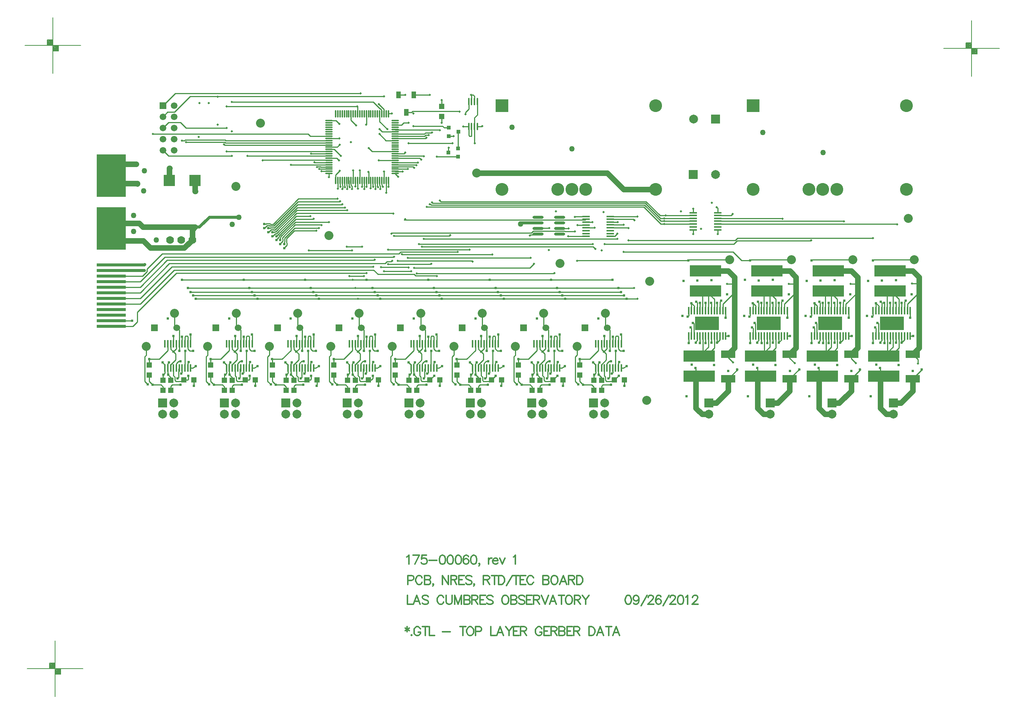
<source format=gtl>
%FSLAX23Y23*%
%MOIN*%
G70*
G01*
G75*
G04 Layer_Physical_Order=1*
G04 Layer_Color=255*
%ADD10O,0.012X0.071*%
%ADD11O,0.071X0.012*%
%ADD12R,0.012X0.065*%
%ADD13R,0.217X0.120*%
%ADD14R,0.065X0.012*%
%ADD15O,0.098X0.028*%
%ADD16R,0.280X0.100*%
%ADD17R,0.036X0.036*%
%ADD18O,0.014X0.067*%
%ADD19R,0.264X0.383*%
%ADD20R,0.264X0.030*%
%ADD21R,0.039X0.059*%
%ADD22R,0.126X0.071*%
%ADD23R,0.100X0.100*%
%ADD24R,0.050X0.050*%
%ADD25R,0.050X0.050*%
%ADD26C,0.050*%
%ADD27C,0.010*%
%ADD28C,0.025*%
%ADD29C,0.012*%
%ADD30C,0.008*%
%ADD31C,0.012*%
%ADD32C,0.012*%
%ADD33C,0.060*%
%ADD34R,0.060X0.060*%
%ADD35C,0.024*%
%ADD36C,0.070*%
%ADD37C,0.115*%
%ADD38R,0.115X0.115*%
%ADD39C,0.080*%
%ADD40C,0.079*%
%ADD41R,0.079X0.079*%
%ADD42C,0.059*%
%ADD43R,0.059X0.059*%
%ADD44C,0.050*%
%ADD45C,0.020*%
D10*
X13389Y13352D02*
D03*
X13369D02*
D03*
X13349D02*
D03*
X13330D02*
D03*
X13310D02*
D03*
X13290D02*
D03*
X13271D02*
D03*
X13251D02*
D03*
X13231D02*
D03*
X13212D02*
D03*
X13192D02*
D03*
X13172D02*
D03*
X13152D02*
D03*
X13133D02*
D03*
X13113D02*
D03*
X13093D02*
D03*
X13074D02*
D03*
X13054D02*
D03*
X13034D02*
D03*
X13015D02*
D03*
X12995D02*
D03*
X12975D02*
D03*
X12956D02*
D03*
X12936D02*
D03*
X12916D02*
D03*
Y12757D02*
D03*
X12936D02*
D03*
X12956D02*
D03*
X12975D02*
D03*
X12995D02*
D03*
X13015D02*
D03*
X13034D02*
D03*
X13054D02*
D03*
X13074D02*
D03*
X13093D02*
D03*
X13113D02*
D03*
X13133D02*
D03*
X13152D02*
D03*
X13172D02*
D03*
X13192D02*
D03*
X13212D02*
D03*
X13231D02*
D03*
X13251D02*
D03*
X13271D02*
D03*
X13290D02*
D03*
X13310D02*
D03*
X13330D02*
D03*
X13349D02*
D03*
X13369D02*
D03*
X13389D02*
D03*
D11*
X12855Y13291D02*
D03*
Y13271D02*
D03*
Y13251D02*
D03*
Y13232D02*
D03*
Y13212D02*
D03*
Y13192D02*
D03*
Y13173D02*
D03*
Y13153D02*
D03*
Y13133D02*
D03*
Y13114D02*
D03*
Y13094D02*
D03*
Y13074D02*
D03*
Y13055D02*
D03*
Y13035D02*
D03*
Y13015D02*
D03*
Y12996D02*
D03*
Y12976D02*
D03*
Y12956D02*
D03*
Y12937D02*
D03*
Y12917D02*
D03*
Y12897D02*
D03*
Y12877D02*
D03*
Y12858D02*
D03*
Y12838D02*
D03*
Y12818D02*
D03*
X13450D02*
D03*
Y12838D02*
D03*
Y12858D02*
D03*
Y12877D02*
D03*
Y12897D02*
D03*
Y12917D02*
D03*
Y12937D02*
D03*
Y12956D02*
D03*
Y12976D02*
D03*
Y12996D02*
D03*
Y13015D02*
D03*
Y13035D02*
D03*
Y13055D02*
D03*
Y13074D02*
D03*
Y13094D02*
D03*
Y13114D02*
D03*
Y13133D02*
D03*
Y13153D02*
D03*
Y13173D02*
D03*
Y13192D02*
D03*
Y13212D02*
D03*
Y13232D02*
D03*
Y13251D02*
D03*
Y13271D02*
D03*
Y13291D02*
D03*
D12*
X17936Y11589D02*
D03*
X17962D02*
D03*
X17987D02*
D03*
X18013D02*
D03*
X18038D02*
D03*
X18064D02*
D03*
Y11364D02*
D03*
X18038D02*
D03*
X18013D02*
D03*
X17987D02*
D03*
X17962D02*
D03*
X17936D02*
D03*
X17908D02*
D03*
X17885D02*
D03*
X17859D02*
D03*
X17834D02*
D03*
X17808D02*
D03*
X17782D02*
D03*
X17757D02*
D03*
X17731D02*
D03*
X17908Y11589D02*
D03*
X17883D02*
D03*
X17855D02*
D03*
X17832D02*
D03*
X17808D02*
D03*
X17782D02*
D03*
X17757D02*
D03*
X17731D02*
D03*
X15245Y11294D02*
D03*
Y11075D02*
D03*
X15271Y11294D02*
D03*
Y11075D02*
D03*
X15298Y11294D02*
D03*
Y11075D02*
D03*
X15322D02*
D03*
X15347D02*
D03*
X15373D02*
D03*
X15399D02*
D03*
X15424D02*
D03*
X15450D02*
D03*
X15475D02*
D03*
X15322Y11294D02*
D03*
X15347D02*
D03*
X15373D02*
D03*
X15399D02*
D03*
X15424D02*
D03*
X15450D02*
D03*
X15475D02*
D03*
X11387D02*
D03*
Y11075D02*
D03*
X11412Y11294D02*
D03*
Y11075D02*
D03*
X11440Y11294D02*
D03*
Y11075D02*
D03*
X11464D02*
D03*
X11489D02*
D03*
X11515D02*
D03*
X11540D02*
D03*
X11566D02*
D03*
X11592D02*
D03*
X11617D02*
D03*
X11464Y11294D02*
D03*
X11489D02*
D03*
X11515D02*
D03*
X11540D02*
D03*
X11566D02*
D03*
X11592D02*
D03*
X11617D02*
D03*
X11938D02*
D03*
Y11075D02*
D03*
X11964Y11294D02*
D03*
Y11075D02*
D03*
X11991Y11294D02*
D03*
Y11075D02*
D03*
X12015D02*
D03*
X12040D02*
D03*
X12066D02*
D03*
X12092D02*
D03*
X12117D02*
D03*
X12143D02*
D03*
X12168D02*
D03*
X12015Y11294D02*
D03*
X12040D02*
D03*
X12066D02*
D03*
X12092D02*
D03*
X12117D02*
D03*
X12143D02*
D03*
X12168D02*
D03*
X12489D02*
D03*
Y11075D02*
D03*
X12515Y11294D02*
D03*
Y11075D02*
D03*
X12542Y11294D02*
D03*
Y11075D02*
D03*
X12566D02*
D03*
X12592D02*
D03*
X12617D02*
D03*
X12643D02*
D03*
X12668D02*
D03*
X12694D02*
D03*
X12719D02*
D03*
X12566Y11294D02*
D03*
X12592D02*
D03*
X12617D02*
D03*
X12643D02*
D03*
X12668D02*
D03*
X12694D02*
D03*
X12719D02*
D03*
X13040D02*
D03*
Y11075D02*
D03*
X13066Y11294D02*
D03*
Y11075D02*
D03*
X13093Y11294D02*
D03*
Y11075D02*
D03*
X13117D02*
D03*
X13143D02*
D03*
X13168D02*
D03*
X13194D02*
D03*
X13219D02*
D03*
X13245D02*
D03*
X13271D02*
D03*
X13117Y11294D02*
D03*
X13143D02*
D03*
X13168D02*
D03*
X13194D02*
D03*
X13219D02*
D03*
X13245D02*
D03*
X13271D02*
D03*
X13592D02*
D03*
Y11075D02*
D03*
X13617Y11294D02*
D03*
Y11075D02*
D03*
X13645Y11294D02*
D03*
Y11075D02*
D03*
X13668D02*
D03*
X13694D02*
D03*
X13719D02*
D03*
X13745D02*
D03*
X13771D02*
D03*
X13796D02*
D03*
X13822D02*
D03*
X13668Y11294D02*
D03*
X13694D02*
D03*
X13719D02*
D03*
X13745D02*
D03*
X13771D02*
D03*
X13796D02*
D03*
X13822D02*
D03*
X14143D02*
D03*
Y11075D02*
D03*
X14168Y11294D02*
D03*
Y11075D02*
D03*
X14196Y11294D02*
D03*
Y11075D02*
D03*
X14219D02*
D03*
X14245D02*
D03*
X14271D02*
D03*
X14296D02*
D03*
X14322D02*
D03*
X14347D02*
D03*
X14373D02*
D03*
X14219Y11294D02*
D03*
X14245D02*
D03*
X14271D02*
D03*
X14296D02*
D03*
X14322D02*
D03*
X14347D02*
D03*
X14373D02*
D03*
X14694D02*
D03*
Y11075D02*
D03*
X14719Y11294D02*
D03*
Y11075D02*
D03*
X14747Y11294D02*
D03*
Y11075D02*
D03*
X14771D02*
D03*
X14796D02*
D03*
X14822D02*
D03*
X14847D02*
D03*
X14873D02*
D03*
X14899D02*
D03*
X14924D02*
D03*
X14771Y11294D02*
D03*
X14796D02*
D03*
X14822D02*
D03*
X14847D02*
D03*
X14873D02*
D03*
X14899D02*
D03*
X14924D02*
D03*
X16282Y11589D02*
D03*
X16308D02*
D03*
X16334D02*
D03*
X16359D02*
D03*
X16385D02*
D03*
X16410D02*
D03*
Y11364D02*
D03*
X16385D02*
D03*
X16359D02*
D03*
X16334D02*
D03*
X16308D02*
D03*
X16282D02*
D03*
X16255D02*
D03*
X16231D02*
D03*
X16206D02*
D03*
X16180D02*
D03*
X16155D02*
D03*
X16129D02*
D03*
X16103D02*
D03*
X16078D02*
D03*
X16255Y11589D02*
D03*
X16229D02*
D03*
X16202D02*
D03*
X16178D02*
D03*
X16155D02*
D03*
X16129D02*
D03*
X16103D02*
D03*
X16078D02*
D03*
X16834Y11589D02*
D03*
X16859D02*
D03*
X16885D02*
D03*
X16910D02*
D03*
X16936D02*
D03*
X16962D02*
D03*
Y11364D02*
D03*
X16936D02*
D03*
X16910D02*
D03*
X16885D02*
D03*
X16859D02*
D03*
X16834D02*
D03*
X16806D02*
D03*
X16782D02*
D03*
X16757D02*
D03*
X16731D02*
D03*
X16706D02*
D03*
X16680D02*
D03*
X16655D02*
D03*
X16629D02*
D03*
X16806Y11589D02*
D03*
X16781D02*
D03*
X16753D02*
D03*
X16729D02*
D03*
X16706D02*
D03*
X16680D02*
D03*
X16655D02*
D03*
X16629D02*
D03*
X17385D02*
D03*
X17410D02*
D03*
X17436D02*
D03*
X17462D02*
D03*
X17487D02*
D03*
X17513D02*
D03*
Y11364D02*
D03*
X17487D02*
D03*
X17462D02*
D03*
X17436D02*
D03*
X17410D02*
D03*
X17385D02*
D03*
X17357D02*
D03*
X17334D02*
D03*
X17308D02*
D03*
X17282D02*
D03*
X17257D02*
D03*
X17231D02*
D03*
X17206D02*
D03*
X17180D02*
D03*
X17357Y11589D02*
D03*
X17332D02*
D03*
X17304D02*
D03*
X17281D02*
D03*
X17257D02*
D03*
X17231D02*
D03*
X17206D02*
D03*
X17180D02*
D03*
D13*
X17898Y11476D02*
D03*
X16244Y11476D02*
D03*
X16795D02*
D03*
X17346D02*
D03*
D14*
X15376Y12306D02*
D03*
Y12332D02*
D03*
Y12359D02*
D03*
Y12383D02*
D03*
Y12408D02*
D03*
Y12434D02*
D03*
X15158D02*
D03*
Y12408D02*
D03*
Y12383D02*
D03*
Y12357D02*
D03*
Y12332D02*
D03*
Y12306D02*
D03*
Y12280D02*
D03*
Y12257D02*
D03*
X15376Y12255D02*
D03*
Y12280D02*
D03*
X16339Y12314D02*
D03*
Y12339D02*
D03*
Y12365D02*
D03*
Y12391D02*
D03*
Y12416D02*
D03*
Y12442D02*
D03*
Y12467D02*
D03*
X16120Y12314D02*
D03*
Y12339D02*
D03*
Y12365D02*
D03*
Y12391D02*
D03*
Y12416D02*
D03*
Y12442D02*
D03*
Y12467D02*
D03*
D15*
X14924Y12276D02*
D03*
Y12326D02*
D03*
Y12376D02*
D03*
Y12426D02*
D03*
X14731Y12276D02*
D03*
Y12326D02*
D03*
Y12376D02*
D03*
Y12426D02*
D03*
D16*
X17827Y11001D02*
D03*
Y11182D02*
D03*
X16228Y11947D02*
D03*
Y11766D02*
D03*
X16780Y11947D02*
D03*
Y11766D02*
D03*
X17331Y11947D02*
D03*
Y11766D02*
D03*
X17882Y11947D02*
D03*
Y11766D02*
D03*
X16173Y11001D02*
D03*
Y11182D02*
D03*
X16724Y11001D02*
D03*
Y11182D02*
D03*
X17276Y11001D02*
D03*
Y11182D02*
D03*
D17*
X13929Y13154D02*
D03*
X14015Y13191D02*
D03*
X13929Y13228D02*
D03*
X14013Y13042D02*
D03*
X13927Y13005D02*
D03*
X14013Y12968D02*
D03*
D18*
X14108Y13238D02*
D03*
X14134D02*
D03*
X14160D02*
D03*
X14185D02*
D03*
X14108Y13462D02*
D03*
X14134D02*
D03*
X14160D02*
D03*
X14185D02*
D03*
D19*
X10907Y12798D02*
D03*
Y12325D02*
D03*
D20*
Y12000D02*
D03*
Y11950D02*
D03*
Y11900D02*
D03*
Y11850D02*
D03*
Y11800D02*
D03*
Y11750D02*
D03*
Y11700D02*
D03*
Y11650D02*
D03*
Y11600D02*
D03*
Y11550D02*
D03*
Y11500D02*
D03*
Y11450D02*
D03*
D21*
X13617Y13521D02*
D03*
X13548Y13367D02*
D03*
X13479Y13521D02*
D03*
D22*
X18087Y10978D02*
D03*
Y11198D02*
D03*
X16433Y10978D02*
D03*
Y11198D02*
D03*
X16984Y10978D02*
D03*
Y11198D02*
D03*
X17535Y10978D02*
D03*
Y11198D02*
D03*
D23*
X11656Y12756D02*
D03*
X11426D02*
D03*
D24*
X13866Y13420D02*
D03*
Y13330D02*
D03*
X11246Y11011D02*
D03*
Y11101D02*
D03*
X11797Y11011D02*
D03*
Y11101D02*
D03*
X12348Y11011D02*
D03*
Y11101D02*
D03*
X12899Y11011D02*
D03*
Y11101D02*
D03*
X13450Y11011D02*
D03*
Y11101D02*
D03*
X14002Y11011D02*
D03*
Y11101D02*
D03*
X14553Y11011D02*
D03*
Y11101D02*
D03*
X15104Y11011D02*
D03*
Y11101D02*
D03*
X11370Y10875D02*
D03*
Y10965D02*
D03*
X11921Y10875D02*
D03*
Y10965D02*
D03*
X12472Y10875D02*
D03*
Y10965D02*
D03*
X13023Y10875D02*
D03*
Y10965D02*
D03*
X13574Y10875D02*
D03*
Y10965D02*
D03*
X14126Y10875D02*
D03*
Y10965D02*
D03*
X14677Y10875D02*
D03*
Y10965D02*
D03*
X15228Y10875D02*
D03*
Y10965D02*
D03*
X11440Y10875D02*
D03*
Y10965D02*
D03*
X11991Y10875D02*
D03*
Y10965D02*
D03*
X12542Y10875D02*
D03*
Y10965D02*
D03*
X13093Y10875D02*
D03*
Y10965D02*
D03*
X13644Y10875D02*
D03*
Y10965D02*
D03*
X14196Y10875D02*
D03*
Y10965D02*
D03*
X14747Y10875D02*
D03*
Y10965D02*
D03*
X15298Y10875D02*
D03*
Y10965D02*
D03*
D25*
X11646Y10969D02*
D03*
X11556D02*
D03*
X12197D02*
D03*
X12107D02*
D03*
X12748D02*
D03*
X12658D02*
D03*
X13299D02*
D03*
X13209D02*
D03*
X13850D02*
D03*
X13760D02*
D03*
X14402D02*
D03*
X14312D02*
D03*
X14953D02*
D03*
X14863D02*
D03*
X15504D02*
D03*
X15414D02*
D03*
D26*
X14181Y12824D02*
X15350D01*
X15497Y12677D01*
X15782D01*
X17851Y10661D02*
X17913D01*
X17797Y10972D02*
X17827Y11001D01*
X17797Y10715D02*
X17851Y10661D01*
X17797Y10715D02*
Y10972D01*
X18087Y10870D02*
Y10978D01*
X17978Y10761D02*
X18087Y10870D01*
X17913Y10761D02*
X17978D01*
X18087Y11947D02*
X18143Y11890D01*
X17882Y11947D02*
X18087D01*
X17300Y10661D02*
X17362D01*
X17246Y10972D02*
X17276Y11001D01*
X17246Y10715D02*
X17300Y10661D01*
X17246Y10715D02*
Y10972D01*
X17535Y10870D02*
Y10978D01*
X17427Y10761D02*
X17535Y10870D01*
X17362Y10761D02*
X17427D01*
X17536Y11947D02*
X17592Y11890D01*
X17331Y11947D02*
X17536D01*
X16749Y10661D02*
X16811D01*
X16695Y10972D02*
X16724Y11001D01*
X16695Y10715D02*
X16749Y10661D01*
X16695Y10715D02*
Y10972D01*
X16984Y10870D02*
Y10978D01*
X16876Y10761D02*
X16984Y10870D01*
X16811Y10761D02*
X16876D01*
X16985Y11947D02*
X17041Y11890D01*
X16780Y11947D02*
X16985D01*
X16228D02*
X16433D01*
X16490Y11890D01*
X16433Y10870D02*
Y10978D01*
X16325Y10761D02*
X16433Y10870D01*
X16260Y10761D02*
X16325D01*
X16144Y10972D02*
X16173Y11001D01*
X16144Y10715D02*
Y10972D01*
Y10715D02*
X16198Y10661D01*
X16260D01*
X10907Y12798D02*
X11011Y12901D01*
X11130D01*
X10907Y12798D02*
X10978Y12728D01*
X11138D01*
X11139Y12727D01*
X10907Y12325D02*
X10954Y12372D01*
X10907Y12325D02*
X11018Y12215D01*
X18143Y11756D02*
Y11830D01*
Y11890D01*
X17592Y11756D02*
Y11831D01*
Y11890D01*
X17041Y11754D02*
Y11830D01*
Y11890D01*
X16490Y11756D02*
Y11829D01*
Y11890D01*
X11427Y12766D02*
Y12866D01*
X11428Y12867D01*
X11657Y12660D02*
X11658D01*
X11657D02*
Y12766D01*
X11018Y12215D02*
X11193D01*
X11256Y12152D01*
X11560D01*
X11632Y12224D01*
Y12314D01*
X11656Y12338D01*
X10954Y12372D02*
X11155D01*
X11189Y12338D02*
X11656D01*
X17041Y11255D02*
Y11754D01*
X16984Y11198D02*
X17041Y11255D01*
X17592D02*
Y11754D01*
X17535Y11198D02*
X17592Y11255D01*
X18143D02*
Y11754D01*
X18087Y11198D02*
X18143Y11255D01*
X16490Y11255D02*
Y11754D01*
X16433Y11198D02*
X16490Y11255D01*
X11155Y12372D02*
X11189Y12338D01*
D27*
X15376Y12383D02*
X15443D01*
X17882Y11766D02*
X17908Y11739D01*
X17882Y11766D02*
X17888D01*
X17855Y11739D02*
X17882Y11766D01*
X17827Y11182D02*
X17859Y11215D01*
X17827Y11182D02*
X17889D01*
X17933Y11660D02*
X17936Y11658D01*
Y11589D02*
Y11658D01*
X17888Y11766D02*
X17962Y11692D01*
Y11589D02*
Y11692D01*
X17987Y11660D02*
X17987Y11660D01*
X17987Y11589D02*
Y11660D01*
X18013Y11589D02*
Y11670D01*
X18023Y11680D01*
X18143Y11754D02*
Y11756D01*
X18038Y11649D02*
X18143Y11754D01*
X18038Y11589D02*
Y11649D01*
X18165Y11063D02*
X18171D01*
X18171Y11063D01*
X18087Y10978D02*
X18171Y11063D01*
X18064Y11526D02*
Y11589D01*
Y11526D02*
X18064Y11525D01*
X18064Y11364D02*
X18089D01*
X18089Y11363D01*
X17794Y11077D02*
X17797Y11074D01*
Y10972D02*
Y11074D01*
X18013Y11328D02*
Y11364D01*
X17987Y11303D02*
Y11364D01*
Y11303D02*
X18013Y11328D01*
X17987Y11303D02*
X17987Y11302D01*
X17962Y11255D02*
Y11364D01*
X17889Y11182D02*
X17962Y11255D01*
X17936Y11302D02*
X17936Y11301D01*
X17936Y11302D02*
Y11364D01*
X17908Y11264D02*
Y11364D01*
X17859Y11215D02*
X17908Y11264D01*
X17884Y11300D02*
X17885Y11301D01*
Y11364D01*
X17859Y11215D02*
Y11364D01*
X17834Y11300D02*
X17834Y11299D01*
X17834Y11300D02*
Y11364D01*
X17770Y11480D02*
X17773D01*
X17778Y11368D02*
X17782Y11364D01*
X17773Y11480D02*
X17778Y11475D01*
Y11368D02*
Y11475D01*
X17730Y12040D02*
X17735Y12045D01*
X18100D01*
X17757Y11364D02*
Y11431D01*
X17749Y11438D02*
X17757Y11431D01*
X17731Y11301D02*
Y11364D01*
Y11301D02*
X17731Y11300D01*
X17908Y11589D02*
Y11739D01*
X17883Y11658D02*
X17883Y11658D01*
X17883Y11589D02*
Y11658D01*
X17855Y11589D02*
Y11739D01*
X17831Y11660D02*
X17832Y11660D01*
Y11589D02*
Y11660D01*
X17800Y11669D02*
X17808Y11662D01*
Y11589D02*
Y11662D01*
Y11324D02*
Y11364D01*
X17757Y11657D02*
X17782Y11631D01*
Y11589D02*
Y11631D01*
X17796Y11312D02*
X17808Y11324D01*
X17796Y11301D02*
Y11312D01*
X17756Y11657D02*
X17757Y11657D01*
Y11589D02*
Y11657D01*
X17731Y11542D02*
Y11589D01*
X17724Y11535D02*
X17731Y11542D01*
X17331Y11766D02*
X17357Y11739D01*
X17331Y11766D02*
X17337D01*
X17304Y11739D02*
X17331Y11766D01*
X17276Y11182D02*
X17308Y11215D01*
X17276Y11182D02*
X17338D01*
X17382Y11660D02*
X17385Y11658D01*
Y11589D02*
Y11658D01*
X17337Y11766D02*
X17410Y11692D01*
Y11589D02*
Y11692D01*
X17436Y11660D02*
X17436Y11660D01*
X17436Y11589D02*
Y11660D01*
X17462Y11589D02*
Y11670D01*
X17472Y11680D01*
X17592Y11754D02*
Y11756D01*
X17487Y11649D02*
X17592Y11754D01*
X17487Y11589D02*
Y11649D01*
X17614Y11063D02*
X17620D01*
X17620Y11063D01*
X17535Y10978D02*
X17620Y11063D01*
X17513Y11526D02*
Y11589D01*
Y11526D02*
X17513Y11525D01*
X17513Y11364D02*
X17538D01*
X17538Y11363D01*
X17243Y11077D02*
X17246Y11074D01*
Y10972D02*
Y11074D01*
X17462Y11328D02*
Y11364D01*
X17436Y11303D02*
Y11364D01*
Y11303D02*
X17462Y11328D01*
X17436Y11303D02*
X17436Y11302D01*
X17410Y11255D02*
Y11364D01*
X17338Y11182D02*
X17410Y11255D01*
X17385Y11302D02*
X17385Y11301D01*
X17385Y11302D02*
Y11364D01*
X17357Y11264D02*
Y11364D01*
X17308Y11215D02*
X17357Y11264D01*
X17333Y11300D02*
X17334Y11301D01*
Y11364D01*
X17308Y11215D02*
Y11364D01*
X17282Y11300D02*
X17283Y11299D01*
X17282Y11300D02*
Y11364D01*
X17219Y11480D02*
X17222D01*
X17227Y11368D02*
X17231Y11364D01*
X17222Y11480D02*
X17227Y11475D01*
Y11368D02*
Y11475D01*
X17179Y12040D02*
X17184Y12045D01*
X17549D01*
X17206Y11364D02*
Y11431D01*
X17198Y11438D02*
X17206Y11431D01*
X17180Y11301D02*
Y11364D01*
Y11301D02*
X17180Y11300D01*
X17357Y11589D02*
Y11739D01*
X17332Y11658D02*
X17332Y11658D01*
X17332Y11589D02*
Y11658D01*
X17304Y11589D02*
Y11739D01*
X17280Y11660D02*
X17281Y11660D01*
Y11589D02*
Y11660D01*
X17249Y11669D02*
X17257Y11662D01*
Y11589D02*
Y11662D01*
Y11324D02*
Y11364D01*
X17206Y11657D02*
X17231Y11631D01*
Y11589D02*
Y11631D01*
X17245Y11312D02*
X17257Y11324D01*
X17245Y11301D02*
Y11312D01*
X17205Y11657D02*
X17206Y11657D01*
Y11589D02*
Y11657D01*
X17180Y11542D02*
Y11589D01*
X17173Y11535D02*
X17180Y11542D01*
X16780Y11766D02*
X16806Y11739D01*
X16780Y11766D02*
X16786D01*
X16753Y11739D02*
X16780Y11766D01*
X16724Y11182D02*
X16757Y11215D01*
X16724Y11182D02*
X16787D01*
X16831Y11660D02*
X16834Y11658D01*
Y11589D02*
Y11658D01*
X16786Y11766D02*
X16859Y11692D01*
Y11589D02*
Y11692D01*
X16885Y11660D02*
X16885Y11660D01*
X16885Y11589D02*
Y11660D01*
X16910Y11589D02*
Y11670D01*
X16921Y11680D01*
X16936Y11649D02*
X17041Y11754D01*
X16936Y11589D02*
Y11649D01*
X17069Y11063D02*
X17074D01*
X17075Y11063D01*
X16984Y10978D02*
X17069Y11063D01*
X16962Y11526D02*
Y11589D01*
Y11526D02*
X16962Y11525D01*
X16962Y11364D02*
X16986D01*
X16987Y11363D01*
X16692Y11077D02*
X16695Y11074D01*
Y10972D02*
Y11074D01*
X16910Y11328D02*
Y11364D01*
X16885Y11303D02*
X16910Y11328D01*
X16885Y11303D02*
Y11364D01*
Y11303D02*
X16885Y11302D01*
X16859Y11255D02*
Y11364D01*
X16787Y11182D02*
X16859Y11255D01*
X16834Y11302D02*
Y11364D01*
Y11302D02*
X16834Y11301D01*
X16806Y11264D02*
Y11364D01*
X16757Y11215D02*
X16806Y11264D01*
X16782Y11301D02*
Y11364D01*
X16782Y11300D02*
X16782Y11301D01*
X16757Y11215D02*
Y11364D01*
X16731Y11300D02*
X16732Y11299D01*
X16731Y11300D02*
Y11364D01*
X16668Y11480D02*
X16671D01*
X16676Y11368D02*
X16680Y11364D01*
X16671Y11480D02*
X16676Y11475D01*
Y11368D02*
Y11475D01*
X16628Y12040D02*
X16633Y12045D01*
X16998D01*
X16647Y11438D02*
X16655Y11431D01*
Y11364D02*
Y11431D01*
X16629Y11301D02*
Y11364D01*
Y11301D02*
X16629Y11300D01*
X16806Y11589D02*
Y11739D01*
X16781Y11658D02*
X16781Y11658D01*
X16781Y11589D02*
Y11658D01*
X16753Y11589D02*
Y11739D01*
X16729Y11660D02*
X16729Y11660D01*
Y11589D02*
Y11660D01*
X16698Y11669D02*
X16706Y11662D01*
Y11589D02*
Y11662D01*
Y11324D02*
Y11364D01*
X16655Y11657D02*
X16680Y11631D01*
Y11589D02*
Y11631D01*
X16694Y11312D02*
X16706Y11324D01*
X16694Y11301D02*
Y11312D01*
X16654Y11657D02*
X16655Y11657D01*
Y11589D02*
Y11657D01*
X16629Y11542D02*
Y11589D01*
X16622Y11535D02*
X16629Y11542D01*
X16082Y12045D02*
X16447D01*
X16077Y12040D02*
X16082Y12045D01*
X16359Y11670D02*
X16370Y11680D01*
X16359Y11589D02*
Y11670D01*
X16117Y11480D02*
X16120D01*
X16125Y11475D01*
Y11368D02*
Y11475D01*
Y11368D02*
X16129Y11364D01*
X16155Y11324D02*
Y11364D01*
X16143Y11312D02*
X16155Y11324D01*
X16143Y11301D02*
Y11312D01*
X16078Y11542D02*
Y11589D01*
X16071Y11535D02*
X16078Y11542D01*
X16103Y11657D02*
X16129Y11631D01*
X16103Y11657D02*
X16103Y11657D01*
X16129Y11589D02*
Y11631D01*
X16103Y11589D02*
Y11657D01*
X16155Y11589D02*
Y11662D01*
X16147Y11669D02*
X16155Y11662D01*
X16410Y11526D02*
Y11589D01*
Y11526D02*
X16411Y11525D01*
X16433Y10978D02*
X16518Y11063D01*
X16512Y11063D02*
X16517D01*
X16518Y11063D01*
X16144Y10972D02*
Y11074D01*
X16141Y11077D02*
X16144Y11074D01*
X16435Y11364D02*
X16436Y11363D01*
X16410Y11364D02*
X16435D01*
X16490Y11754D02*
Y11756D01*
X16385Y11649D02*
X16490Y11754D01*
X16385Y11589D02*
Y11649D01*
X16173Y11182D02*
X16236D01*
X16308Y11255D01*
Y11364D01*
X16206Y11215D02*
X16255Y11264D01*
X16173Y11182D02*
X16206Y11215D01*
X16255Y11264D02*
Y11364D01*
X16206Y11215D02*
Y11364D01*
X16228Y11766D02*
X16234D01*
X16308Y11692D01*
Y11589D02*
Y11692D01*
X16228Y11766D02*
X16255Y11739D01*
Y11589D02*
Y11739D01*
X16202Y11739D02*
X16228Y11766D01*
X16202Y11589D02*
Y11739D01*
X16280Y11660D02*
X16282Y11658D01*
Y11589D02*
Y11658D01*
X16334Y11660D02*
X16334Y11660D01*
X16334Y11589D02*
Y11660D01*
X16178Y11660D02*
X16178Y11660D01*
Y11589D02*
Y11660D01*
X16229Y11658D02*
X16230Y11658D01*
X16229Y11589D02*
Y11658D01*
X16096Y11438D02*
X16103Y11431D01*
Y11364D02*
Y11431D01*
X16180Y11300D02*
X16181Y11299D01*
X16180Y11300D02*
Y11364D01*
X16231Y11300D02*
X16231Y11301D01*
Y11364D01*
X16334Y11303D02*
X16359Y11328D01*
Y11364D01*
X16334Y11303D02*
X16334Y11302D01*
X16334Y11303D02*
Y11364D01*
X16282Y11302D02*
X16283Y11301D01*
X16282Y11302D02*
Y11364D01*
X16078Y11301D02*
X16078Y11300D01*
X16078Y11301D02*
Y11364D01*
X15504Y10916D02*
Y10969D01*
X15503Y10915D02*
X15504Y10916D01*
X15402Y10957D02*
X15414Y10969D01*
X15104Y10955D02*
Y11011D01*
Y10955D02*
X15134Y10925D01*
X15210D02*
X15228Y10907D01*
X15134Y10925D02*
X15210D01*
X15228Y10875D02*
Y10907D01*
X15298Y10912D02*
X15311Y10925D01*
X15383D01*
X15298Y10875D02*
Y10912D01*
X15351Y11437D02*
X15355Y11441D01*
X15351Y11437D02*
X15373Y11415D01*
X15332Y11456D02*
X15351Y11437D01*
X15245Y11075D02*
Y11103D01*
Y11029D02*
Y11075D01*
X15232Y11016D02*
X15245Y11029D01*
X15228Y11012D02*
X15232Y11016D01*
X15228Y10965D02*
Y11012D01*
X15223Y11125D02*
X15245Y11103D01*
X15271Y11234D02*
Y11294D01*
X15193Y11156D02*
X15271Y11234D01*
X15104Y11156D02*
X15193D01*
X15104Y11101D02*
Y11156D01*
X15103Y11157D02*
X15104Y11156D01*
X15271Y11117D02*
X15280Y11126D01*
X15271Y11075D02*
Y11117D01*
X15273Y11015D02*
X15298Y10990D01*
X15271Y11018D02*
Y11075D01*
Y11018D02*
X15273Y11015D01*
X15298Y11075D02*
Y11107D01*
X15322Y11007D02*
Y11075D01*
X15334Y10966D02*
Y10995D01*
X15322Y11007D02*
X15334Y10995D01*
X15343Y10957D02*
X15402D01*
X15334Y10966D02*
X15343Y10957D01*
X15366Y11135D02*
X15384D01*
X15347Y11117D02*
X15366Y11135D01*
X15347Y11075D02*
Y11117D01*
X15368Y11070D02*
X15373Y11075D01*
X15359Y10981D02*
X15368Y10990D01*
Y11070D01*
X15399Y11033D02*
Y11075D01*
X15391Y11025D02*
X15399Y11033D01*
X15424Y11225D02*
X15427Y11228D01*
X15424Y11075D02*
Y11225D01*
X15450Y11075D02*
Y11123D01*
X15457Y11130D01*
X15493Y11075D02*
X15522Y11094D01*
X15475Y11075D02*
X15493D01*
X15322Y11294D02*
Y11361D01*
X15322Y11294D02*
X15322Y11294D01*
X15347Y11250D02*
Y11294D01*
X15298Y11244D02*
Y11294D01*
X15320Y11222D02*
X15347Y11250D01*
X15298Y11244D02*
X15320Y11222D01*
X15341Y11150D02*
Y11201D01*
X15320Y11222D02*
X15341Y11201D01*
X15298Y11107D02*
X15341Y11150D01*
X15373Y11294D02*
Y11415D01*
Y11229D02*
Y11294D01*
X15399D02*
Y11357D01*
X15424Y11355D02*
X15431Y11362D01*
X15424Y11294D02*
Y11355D01*
X15467Y11230D02*
X15497Y11229D01*
X15450Y11247D02*
X15467Y11230D01*
X15474Y11375D02*
X15475Y11374D01*
Y11294D02*
Y11374D01*
X15078Y11192D02*
Y11270D01*
X15063Y11177D02*
X15078Y11192D01*
X15063Y10957D02*
X15091Y10929D01*
X15063Y10957D02*
Y11177D01*
X15332Y11456D02*
Y11565D01*
X14953Y10916D02*
Y10969D01*
X14952Y10915D02*
X14953Y10916D01*
X14851Y10957D02*
X14863Y10969D01*
X14553Y10955D02*
Y11011D01*
Y10955D02*
X14583Y10925D01*
X14659D02*
X14677Y10907D01*
X14583Y10925D02*
X14659D01*
X14677Y10875D02*
Y10907D01*
X14747Y10912D02*
X14760Y10925D01*
X14832D01*
X14747Y10875D02*
Y10912D01*
X14800Y11437D02*
X14804Y11441D01*
X14800Y11437D02*
X14822Y11415D01*
X14781Y11456D02*
X14800Y11437D01*
X14694Y11075D02*
Y11103D01*
Y11029D02*
Y11075D01*
X14681Y11016D02*
X14694Y11029D01*
X14677Y11012D02*
X14681Y11016D01*
X14677Y10965D02*
Y11012D01*
X14672Y11125D02*
X14694Y11103D01*
X14719Y11234D02*
Y11294D01*
X14642Y11156D02*
X14719Y11234D01*
X14553Y11156D02*
X14642D01*
X14553Y11101D02*
Y11156D01*
X14552Y11157D02*
X14553Y11156D01*
X14719Y11117D02*
X14729Y11126D01*
X14719Y11075D02*
Y11117D01*
X14722Y11015D02*
X14747Y10990D01*
X14719Y11018D02*
Y11075D01*
Y11018D02*
X14722Y11015D01*
X14747Y11075D02*
Y11107D01*
X14771Y11007D02*
Y11075D01*
X14783Y10966D02*
Y10995D01*
X14771Y11007D02*
X14783Y10995D01*
X14792Y10957D02*
X14851D01*
X14783Y10966D02*
X14792Y10957D01*
X14815Y11135D02*
X14833D01*
X14796Y11117D02*
X14815Y11135D01*
X14796Y11075D02*
Y11117D01*
X14817Y11070D02*
X14822Y11075D01*
X14808Y10981D02*
X14817Y10990D01*
Y11070D01*
X14847Y11033D02*
Y11075D01*
X14840Y11025D02*
X14847Y11033D01*
X14873Y11225D02*
X14876Y11228D01*
X14873Y11075D02*
Y11225D01*
X14899Y11075D02*
Y11123D01*
X14906Y11130D01*
X14942Y11075D02*
X14971Y11094D01*
X14924Y11075D02*
X14942D01*
X14771Y11294D02*
Y11361D01*
X14771Y11294D02*
X14771Y11294D01*
X14796Y11250D02*
Y11294D01*
X14747Y11244D02*
Y11294D01*
X14769Y11222D02*
X14796Y11250D01*
X14747Y11244D02*
X14769Y11222D01*
X14790Y11150D02*
Y11201D01*
X14769Y11222D02*
X14790Y11201D01*
X14747Y11107D02*
X14790Y11150D01*
X14822Y11294D02*
Y11415D01*
Y11229D02*
Y11294D01*
X14847D02*
Y11357D01*
X14880Y11362D02*
X14892D01*
X14899Y11355D01*
X14873Y11355D02*
X14880Y11362D01*
X14873Y11294D02*
Y11355D01*
X14916Y11230D02*
X14946Y11229D01*
X14899Y11247D02*
X14916Y11230D01*
X14923Y11375D02*
X14924Y11374D01*
Y11294D02*
Y11374D01*
X14527Y11192D02*
Y11270D01*
X14512Y11177D02*
X14527Y11192D01*
X14512Y10957D02*
X14540Y10929D01*
X14512Y10957D02*
Y11177D01*
X14781Y11456D02*
Y11565D01*
X14402Y10916D02*
Y10969D01*
X14401Y10915D02*
X14402Y10916D01*
X14300Y10957D02*
X14312Y10969D01*
X14002Y10955D02*
Y11011D01*
Y10955D02*
X14032Y10925D01*
X14108D02*
X14126Y10907D01*
X14032Y10925D02*
X14108D01*
X14126Y10875D02*
Y10907D01*
X14196Y10912D02*
X14209Y10925D01*
X14281D01*
X14196Y10875D02*
Y10912D01*
X14249Y11437D02*
X14253Y11441D01*
X14249Y11437D02*
X14271Y11415D01*
X14230Y11456D02*
X14249Y11437D01*
X14143Y11075D02*
Y11103D01*
Y11029D02*
Y11075D01*
X14130Y11016D02*
X14143Y11029D01*
X14126Y11012D02*
X14130Y11016D01*
X14126Y10965D02*
Y11012D01*
X14121Y11125D02*
X14143Y11103D01*
X14168Y11234D02*
Y11294D01*
X14091Y11156D02*
X14168Y11234D01*
X14002Y11156D02*
X14091D01*
X14002Y11101D02*
Y11156D01*
X14001Y11157D02*
X14002Y11156D01*
X14168Y11117D02*
X14178Y11126D01*
X14168Y11075D02*
Y11117D01*
X14171Y11015D02*
X14196Y10990D01*
X14168Y11018D02*
Y11075D01*
Y11018D02*
X14171Y11015D01*
X14196Y11075D02*
Y11107D01*
X14219Y11007D02*
Y11075D01*
X14232Y10966D02*
Y10995D01*
X14219Y11007D02*
X14232Y10995D01*
X14241Y10957D02*
X14300D01*
X14232Y10966D02*
X14241Y10957D01*
X14264Y11135D02*
X14282D01*
X14245Y11117D02*
X14264Y11135D01*
X14245Y11075D02*
Y11117D01*
X14266Y11070D02*
X14271Y11075D01*
X14257Y10981D02*
X14266Y10990D01*
Y11070D01*
X14296Y11033D02*
Y11075D01*
X14289Y11025D02*
X14296Y11033D01*
X14322Y11225D02*
X14325Y11228D01*
X14322Y11075D02*
Y11225D01*
X14347Y11075D02*
Y11123D01*
X14355Y11130D01*
X14391Y11075D02*
X14420Y11094D01*
X14373Y11075D02*
X14391D01*
X14220Y11294D02*
Y11361D01*
X14219Y11294D02*
X14220Y11294D01*
X14245Y11250D02*
Y11294D01*
X14196Y11244D02*
Y11294D01*
X14218Y11222D02*
X14245Y11250D01*
X14196Y11244D02*
X14218Y11222D01*
X14239Y11150D02*
Y11201D01*
X14218Y11222D02*
X14239Y11201D01*
X14196Y11107D02*
X14239Y11150D01*
X14271Y11294D02*
Y11415D01*
Y11229D02*
Y11294D01*
X14296D02*
Y11357D01*
X14329Y11362D02*
X14341D01*
X14347Y11355D01*
X14322Y11355D02*
X14329Y11362D01*
X14322Y11294D02*
Y11355D01*
X14365Y11230D02*
X14395Y11229D01*
X14347Y11247D02*
X14365Y11230D01*
X14372Y11375D02*
X14373Y11374D01*
Y11294D02*
Y11374D01*
X13976Y11192D02*
Y11270D01*
X13961Y11177D02*
X13976Y11192D01*
X13961Y10957D02*
X13989Y10929D01*
X13961Y10957D02*
Y11177D01*
X14230Y11456D02*
Y11565D01*
X13850Y10916D02*
Y10969D01*
X13849Y10915D02*
X13850Y10916D01*
X13748Y10957D02*
X13760Y10969D01*
X13450Y10955D02*
Y11011D01*
Y10955D02*
X13480Y10925D01*
X13556D02*
X13574Y10907D01*
X13480Y10925D02*
X13556D01*
X13574Y10875D02*
Y10907D01*
X13644Y10912D02*
X13657Y10925D01*
X13729D01*
X13644Y10875D02*
Y10912D01*
X13697Y11437D02*
X13701Y11441D01*
X13697Y11437D02*
X13719Y11415D01*
X13678Y11456D02*
X13697Y11437D01*
X13592Y11075D02*
Y11103D01*
Y11029D02*
Y11075D01*
X13578Y11016D02*
X13592Y11029D01*
X13574Y11012D02*
X13578Y11016D01*
X13574Y10965D02*
Y11012D01*
X13569Y11125D02*
X13592Y11103D01*
X13617Y11234D02*
Y11294D01*
X13539Y11156D02*
X13617Y11234D01*
X13450Y11156D02*
X13539D01*
X13450Y11101D02*
Y11156D01*
X13449Y11157D02*
X13450Y11156D01*
X13617Y11117D02*
X13626Y11126D01*
X13617Y11075D02*
Y11117D01*
X13619Y11015D02*
X13644Y10990D01*
X13617Y11018D02*
Y11075D01*
Y11018D02*
X13619Y11015D01*
X13645Y11075D02*
Y11107D01*
X13668Y11007D02*
Y11075D01*
X13680Y10966D02*
Y10995D01*
X13668Y11007D02*
X13680Y10995D01*
X13689Y10957D02*
X13748D01*
X13680Y10966D02*
X13689Y10957D01*
X13712Y11135D02*
X13730D01*
X13694Y11117D02*
X13712Y11135D01*
X13694Y11075D02*
Y11117D01*
X13714Y11070D02*
X13719Y11075D01*
X13705Y10981D02*
X13714Y10990D01*
Y11070D01*
X13745Y11033D02*
Y11075D01*
X13737Y11025D02*
X13745Y11033D01*
X13771Y11225D02*
X13773Y11228D01*
X13771Y11075D02*
Y11225D01*
X13796Y11075D02*
Y11123D01*
X13803Y11130D01*
X13839Y11075D02*
X13868Y11094D01*
X13822Y11075D02*
X13839D01*
X13668Y11294D02*
Y11361D01*
X13668Y11294D02*
X13668Y11294D01*
X13694Y11250D02*
Y11294D01*
X13645Y11244D02*
Y11294D01*
X13666Y11222D02*
X13694Y11250D01*
X13645Y11244D02*
X13666Y11222D01*
X13687Y11150D02*
Y11201D01*
X13666Y11222D02*
X13687Y11201D01*
X13645Y11107D02*
X13687Y11150D01*
X13719Y11294D02*
Y11415D01*
Y11229D02*
Y11294D01*
X13745D02*
Y11357D01*
X13777Y11362D02*
X13789D01*
X13796Y11355D01*
X13771Y11355D02*
X13777Y11362D01*
X13771Y11294D02*
Y11355D01*
X13813Y11230D02*
X13843Y11229D01*
X13796Y11247D02*
X13813Y11230D01*
X13820Y11375D02*
X13822Y11374D01*
Y11294D02*
Y11374D01*
X13424Y11192D02*
Y11270D01*
X13409Y11177D02*
X13424Y11192D01*
X13409Y10957D02*
X13437Y10929D01*
X13409Y10957D02*
Y11177D01*
X13678Y11456D02*
Y11565D01*
X13299Y10916D02*
Y10969D01*
X13298Y10915D02*
X13299Y10916D01*
X13197Y10957D02*
X13209Y10969D01*
X12899Y10955D02*
Y11011D01*
Y10955D02*
X12929Y10925D01*
X13005D02*
X13023Y10907D01*
X12929Y10925D02*
X13005D01*
X13023Y10875D02*
Y10907D01*
X13093Y10912D02*
X13106Y10925D01*
X13178D01*
X13093Y10875D02*
Y10912D01*
X13146Y11437D02*
X13150Y11441D01*
X13146Y11437D02*
X13168Y11415D01*
X13127Y11456D02*
X13146Y11437D01*
X13040Y11075D02*
Y11103D01*
Y11029D02*
Y11075D01*
X13027Y11016D02*
X13040Y11029D01*
X13023Y11012D02*
X13027Y11016D01*
X13023Y10965D02*
Y11012D01*
X13018Y11125D02*
X13040Y11103D01*
X13066Y11234D02*
Y11294D01*
X12988Y11156D02*
X13066Y11234D01*
X12899Y11156D02*
X12988D01*
X12899Y11101D02*
Y11156D01*
X12898Y11157D02*
X12899Y11156D01*
X13066Y11117D02*
X13075Y11126D01*
X13066Y11075D02*
Y11117D01*
X13068Y11015D02*
X13093Y10990D01*
X13066Y11018D02*
Y11075D01*
Y11018D02*
X13068Y11015D01*
X13093Y11075D02*
Y11107D01*
X13117Y11007D02*
Y11075D01*
X13129Y10966D02*
Y10995D01*
X13117Y11007D02*
X13129Y10995D01*
X13138Y10957D02*
X13197D01*
X13129Y10966D02*
X13138Y10957D01*
X13161Y11135D02*
X13179D01*
X13143Y11117D02*
X13161Y11135D01*
X13143Y11075D02*
Y11117D01*
X13163Y11070D02*
X13168Y11075D01*
X13154Y10981D02*
X13163Y10990D01*
Y11070D01*
X13194Y11033D02*
Y11075D01*
X13186Y11025D02*
X13194Y11033D01*
X13219Y11225D02*
X13222Y11228D01*
X13219Y11075D02*
Y11225D01*
X13245Y11075D02*
Y11123D01*
X13252Y11130D01*
X13288Y11075D02*
X13317Y11094D01*
X13271Y11075D02*
X13288D01*
X13117Y11294D02*
Y11361D01*
X13117Y11294D02*
X13117Y11294D01*
X13143Y11250D02*
Y11294D01*
X13093Y11244D02*
Y11294D01*
X13115Y11222D02*
X13143Y11250D01*
X13093Y11244D02*
X13115Y11222D01*
X13136Y11150D02*
Y11201D01*
X13115Y11222D02*
X13136Y11201D01*
X13093Y11107D02*
X13136Y11150D01*
X13168Y11294D02*
Y11415D01*
Y11229D02*
Y11294D01*
X13194D02*
Y11357D01*
X13226Y11362D02*
X13238D01*
X13245Y11355D01*
X13219Y11355D02*
X13226Y11362D01*
X13219Y11294D02*
Y11355D01*
X13262Y11230D02*
X13292Y11229D01*
X13245Y11247D02*
X13262Y11230D01*
X13269Y11375D02*
X13271Y11374D01*
Y11294D02*
Y11374D01*
X12873Y11192D02*
Y11270D01*
X12858Y11177D02*
X12873Y11192D01*
X12858Y10957D02*
X12886Y10929D01*
X12858Y10957D02*
Y11177D01*
X13127Y11456D02*
Y11565D01*
X12748Y10916D02*
Y10969D01*
X12747Y10915D02*
X12748Y10916D01*
X12646Y10957D02*
X12658Y10969D01*
X12348Y10955D02*
Y11011D01*
Y10955D02*
X12378Y10925D01*
X12454D02*
X12472Y10907D01*
X12378Y10925D02*
X12454D01*
X12472Y10875D02*
Y10907D01*
X12542Y10912D02*
X12555Y10925D01*
X12627D01*
X12542Y10875D02*
Y10912D01*
X12595Y11437D02*
X12599Y11441D01*
X12595Y11437D02*
X12617Y11415D01*
X12576Y11456D02*
X12595Y11437D01*
X12489Y11075D02*
Y11103D01*
Y11029D02*
Y11075D01*
X12476Y11016D02*
X12489Y11029D01*
X12472Y11012D02*
X12476Y11016D01*
X12472Y10965D02*
Y11012D01*
X12467Y11125D02*
X12489Y11103D01*
X12515Y11234D02*
Y11294D01*
X12437Y11156D02*
X12515Y11234D01*
X12348Y11156D02*
X12437D01*
X12348Y11101D02*
Y11156D01*
X12347Y11157D02*
X12348Y11156D01*
X12515Y11117D02*
X12524Y11126D01*
X12515Y11075D02*
Y11117D01*
X12517Y11015D02*
X12542Y10990D01*
X12515Y11018D02*
Y11075D01*
Y11018D02*
X12517Y11015D01*
X12542Y11075D02*
Y11107D01*
X12566Y11007D02*
Y11075D01*
X12578Y10966D02*
Y10995D01*
X12566Y11007D02*
X12578Y10995D01*
X12587Y10957D02*
X12646D01*
X12578Y10966D02*
X12587Y10957D01*
X12610Y11135D02*
X12628D01*
X12592Y11117D02*
X12610Y11135D01*
X12592Y11075D02*
Y11117D01*
X12612Y11070D02*
X12617Y11075D01*
X12603Y10981D02*
X12612Y10990D01*
Y11070D01*
X12643Y11033D02*
Y11075D01*
X12635Y11025D02*
X12643Y11033D01*
X12668Y11225D02*
X12671Y11228D01*
X12668Y11075D02*
Y11225D01*
X12694Y11075D02*
Y11123D01*
X12701Y11130D01*
X12737Y11075D02*
X12766Y11094D01*
X12719Y11075D02*
X12737D01*
X12566Y11294D02*
Y11361D01*
X12566Y11294D02*
X12566Y11294D01*
X12592Y11250D02*
Y11294D01*
X12542Y11244D02*
Y11294D01*
X12564Y11222D02*
X12592Y11250D01*
X12542Y11244D02*
X12564Y11222D01*
X12585Y11150D02*
Y11201D01*
X12564Y11222D02*
X12585Y11201D01*
X12542Y11107D02*
X12585Y11150D01*
X12617Y11294D02*
Y11415D01*
Y11229D02*
Y11294D01*
X12643D02*
Y11357D01*
X12675Y11362D02*
X12687D01*
X12694Y11355D01*
X12668Y11355D02*
X12675Y11362D01*
X12668Y11294D02*
Y11355D01*
X12711Y11230D02*
X12741Y11229D01*
X12694Y11247D02*
X12711Y11230D01*
X12718Y11375D02*
X12719Y11374D01*
Y11294D02*
Y11374D01*
X12322Y11192D02*
Y11270D01*
X12307Y11177D02*
X12322Y11192D01*
X12307Y10957D02*
X12335Y10929D01*
X12307Y10957D02*
Y11177D01*
X12576Y11456D02*
Y11565D01*
X12196Y10915D02*
X12197Y10916D01*
Y10969D01*
X12095Y10957D02*
X12107Y10969D01*
X11797Y10955D02*
Y11011D01*
Y10955D02*
X11827Y10925D01*
X11921Y10875D02*
Y10907D01*
X11903Y10925D02*
X11921Y10907D01*
X11827Y10925D02*
X11903D01*
X12004D02*
X12076D01*
X11991Y10912D02*
X12004Y10925D01*
X11991Y10875D02*
Y10912D01*
X12044Y11437D02*
X12048Y11441D01*
X12044Y11437D02*
X12066Y11415D01*
X12025Y11456D02*
X12044Y11437D01*
X11938Y11075D02*
Y11103D01*
Y11029D02*
Y11075D01*
X11925Y11016D02*
X11938Y11029D01*
X11921Y11012D02*
X11925Y11016D01*
X11921Y10965D02*
Y11012D01*
X11916Y11125D02*
X11938Y11103D01*
X11964Y11234D02*
Y11294D01*
X11886Y11156D02*
X11964Y11234D01*
X11797Y11156D02*
X11886D01*
X11797Y11101D02*
Y11156D01*
X11796Y11157D02*
X11797Y11156D01*
X11964Y11117D02*
X11973Y11126D01*
X11964Y11075D02*
Y11117D01*
X11966Y11015D02*
X11991Y10990D01*
X11964Y11018D02*
Y11075D01*
Y11018D02*
X11966Y11015D01*
X11991Y11075D02*
Y11107D01*
X12015Y11007D02*
Y11075D01*
Y11007D02*
X12027Y10995D01*
Y10966D02*
X12036Y10957D01*
X12027Y10966D02*
Y10995D01*
X12036Y10957D02*
X12095D01*
X12059Y11135D02*
X12077D01*
X12040Y11117D02*
X12059Y11135D01*
X12040Y11075D02*
Y11117D01*
X12061Y11070D02*
X12066Y11075D01*
X12052Y10981D02*
X12061Y10990D01*
Y11070D01*
X12092Y11033D02*
Y11075D01*
X12084Y11025D02*
X12092Y11033D01*
X12117Y11225D02*
X12120Y11228D01*
X12117Y11075D02*
Y11225D01*
X12143Y11075D02*
Y11123D01*
X12150Y11130D01*
X12186Y11075D02*
X12215Y11094D01*
X12168Y11075D02*
X12186D01*
X12015Y11294D02*
Y11361D01*
X12015Y11294D02*
X12015Y11294D01*
X12040Y11250D02*
Y11294D01*
X12013Y11222D02*
X12040Y11250D01*
X12013Y11222D02*
X12034Y11201D01*
Y11150D02*
Y11201D01*
X11991Y11244D02*
X12013Y11222D01*
X11991Y11107D02*
X12034Y11150D01*
X11991Y11244D02*
Y11294D01*
X12066D02*
Y11415D01*
Y11229D02*
Y11294D01*
X12092D02*
Y11357D01*
X12160Y11230D02*
X12190Y11229D01*
X12143Y11247D02*
X12160Y11230D01*
X12136Y11362D02*
X12143Y11355D01*
X12124Y11362D02*
X12136D01*
X12117Y11355D02*
X12124Y11362D01*
X12117Y11294D02*
Y11355D01*
X12167Y11375D02*
X12168Y11374D01*
Y11294D02*
Y11374D01*
X11771Y11192D02*
Y11270D01*
X11756Y11177D02*
X11771Y11192D01*
X11756Y10957D02*
X11784Y10929D01*
X11756Y10957D02*
Y11177D01*
X12025Y11456D02*
Y11565D01*
X11462Y11222D02*
X11483Y11201D01*
Y11150D02*
Y11201D01*
X11440Y11107D02*
X11483Y11150D01*
X11440Y11075D02*
Y11107D01*
X11412Y11075D02*
Y11117D01*
X11422Y11126D01*
X11616Y11375D02*
X11617Y11374D01*
Y11294D02*
Y11374D01*
X11474Y11456D02*
Y11565D01*
Y11456D02*
X11493Y11437D01*
X11585Y11362D02*
X11592Y11355D01*
X11573Y11362D02*
X11585D01*
X11566Y11355D02*
X11573Y11362D01*
X11566Y11294D02*
Y11355D01*
X11609Y11230D02*
X11639Y11229D01*
X11592Y11247D02*
X11609Y11230D01*
X11205Y10957D02*
X11233Y10929D01*
X11205Y10957D02*
Y11177D01*
X11220Y11192D01*
Y11270D01*
X11645Y10915D02*
X11646Y10916D01*
Y10969D01*
X11544Y10957D02*
X11556Y10969D01*
X11485Y10957D02*
X11544D01*
X11476Y10966D02*
X11485Y10957D01*
X11476Y10966D02*
Y10995D01*
X11464Y11007D02*
X11476Y10995D01*
X11464Y11007D02*
Y11075D01*
X11540Y11294D02*
Y11357D01*
X11501Y10981D02*
X11510Y10990D01*
Y11070D01*
X11515Y11075D01*
X11533Y11025D02*
X11540Y11033D01*
Y11075D01*
X11566Y11225D02*
X11569Y11228D01*
X11566Y11075D02*
Y11225D01*
X11592Y11123D02*
X11599Y11130D01*
X11592Y11075D02*
Y11123D01*
X11635Y11075D02*
X11664Y11094D01*
X11617Y11075D02*
X11635D01*
X11440Y11244D02*
Y11294D01*
Y11244D02*
X11462Y11222D01*
X11489Y11250D01*
Y11294D01*
X11464D02*
X11464Y11294D01*
Y11361D01*
X11508Y11135D02*
X11526D01*
X11489Y11117D02*
X11508Y11135D01*
X11489Y11075D02*
Y11117D01*
X11493Y11437D02*
X11497Y11441D01*
X11493Y11437D02*
X11515Y11415D01*
Y11294D02*
Y11415D01*
X11412Y11234D02*
Y11294D01*
X11335Y11156D02*
X11412Y11234D01*
X11246Y11156D02*
X11335D01*
X11246Y11101D02*
Y11156D01*
X11245Y11157D02*
X11246Y11156D01*
Y10955D02*
X11276Y10925D01*
X11246Y10955D02*
Y11011D01*
X11515Y11229D02*
Y11294D01*
X11276Y10925D02*
X11352D01*
X11370Y10907D01*
Y10875D02*
Y10907D01*
X11453Y10925D02*
X11525D01*
X11440Y10912D02*
X11453Y10925D01*
X11440Y10875D02*
Y10912D01*
X11387Y11029D02*
Y11075D01*
X11374Y11016D02*
X11387Y11029D01*
X11370Y11012D02*
X11374Y11016D01*
X11370Y10965D02*
Y11012D01*
X11412Y11018D02*
Y11075D01*
Y11018D02*
X11415Y11015D01*
X11440Y10990D01*
X11365Y11125D02*
X11387Y11103D01*
Y11075D02*
Y11103D01*
X14972Y11696D02*
X15522D01*
X14422D02*
X14972D01*
X13867D02*
X14422D01*
X13317D02*
X13867D01*
X12217D02*
X12767D01*
X11662D02*
X12217D01*
X11592Y11247D02*
Y11355D01*
X12143Y11247D02*
Y11355D01*
X12694Y11247D02*
Y11355D01*
X13245Y11247D02*
Y11355D01*
X13796Y11247D02*
Y11355D01*
X14347Y11247D02*
Y11355D01*
X14899Y11247D02*
Y11355D01*
X14947Y11726D02*
X15499D01*
X14397D02*
X14947D01*
X13845D02*
X14397D01*
X13292D02*
X13845D01*
X12742D02*
X13292D01*
X11639D02*
X12190D01*
X12742D01*
X11616Y11756D02*
X12167D01*
X12717D01*
X13267D01*
X13820D01*
X14370D01*
X14922D01*
X15472D01*
X11592Y11791D02*
X12143D01*
X11540Y11866D02*
X12092D01*
X12642D01*
X12143Y11791D02*
X12694D01*
X13192Y11866D02*
X13747D01*
X13246Y11791D02*
X13797D01*
X14899D02*
X15451D01*
X14847Y11866D02*
X15397D01*
X13797Y11791D02*
X14349D01*
X14899D01*
X13747Y11866D02*
X14297D01*
X14847D01*
X15431Y11362D02*
X15443D01*
X15450Y11355D01*
Y11247D02*
Y11355D01*
X10907Y11500D02*
X11093D01*
X11094Y11499D01*
X10907Y11450D02*
X11098D01*
X11139Y11490D01*
X10907Y11750D02*
X11165D01*
X10907Y11700D02*
X11165D01*
X10907Y11650D02*
X11165D01*
X10907Y11800D02*
X11165D01*
X11187Y11900D02*
X11227Y11940D01*
Y11962D01*
X11165Y11750D02*
X11427Y12012D01*
X11165Y11650D02*
X11469Y11954D01*
X11139Y11576D02*
X11488Y11925D01*
X11427Y12012D02*
X13361D01*
X11558Y11925D02*
X13167D01*
X11364Y12099D02*
X13482D01*
X10907Y11850D02*
X11165D01*
X10907Y11900D02*
X11187D01*
X12408Y12248D02*
Y12258D01*
X12385Y12221D02*
Y12225D01*
X12408Y12248D01*
X12421Y12221D02*
Y12238D01*
X12424Y12241D01*
Y12251D01*
X12444Y12212D02*
Y12231D01*
X12440Y12235D02*
X12444Y12231D01*
X12440Y12235D02*
Y12244D01*
X12421Y12185D02*
Y12189D01*
X12444Y12212D01*
X12457Y12185D02*
Y12202D01*
X12460Y12205D01*
Y12237D01*
X12458Y12240D02*
X12460Y12237D01*
X12458Y12240D02*
Y12240D01*
X12480Y12176D02*
Y12195D01*
X12476Y12199D02*
X12480Y12195D01*
X12476Y12199D02*
Y12235D01*
X12457Y12149D02*
Y12153D01*
X12480Y12176D01*
X12375Y12280D02*
X12385D01*
X12349Y12257D02*
X12352D01*
X12375Y12280D01*
X12349Y12293D02*
X12366D01*
X12369Y12296D01*
X12378D01*
X12339Y12316D02*
X12358D01*
X12362Y12312D01*
X12372D01*
X12313Y12293D02*
X12316D01*
X12339Y12316D01*
X12313Y12329D02*
X12330D01*
X12333Y12332D01*
X12365D01*
X12367Y12330D01*
X12367D01*
X12303Y12352D02*
X12322D01*
X12326Y12348D01*
X12363D01*
X12277Y12329D02*
X12280D01*
X12303Y12352D01*
X12277Y12365D02*
X12294D01*
X12297Y12368D01*
X12329D01*
X12333Y12364D01*
X12356D01*
X12476Y12235D02*
X12547Y12306D01*
X12424Y12251D02*
X12557Y12384D01*
X12408Y12258D02*
X12560Y12410D01*
X12385Y12257D02*
X12564Y12436D01*
X12385Y12280D02*
X12567Y12462D01*
X12378Y12296D02*
X12570Y12488D01*
X12372Y12312D02*
X12574Y12514D01*
X12367Y12330D02*
X12577Y12540D01*
X12363Y12348D02*
X12581Y12566D01*
X12356Y12364D02*
X12584Y12592D01*
X12956Y12701D02*
Y12757D01*
Y12701D02*
X12958Y12699D01*
X12581Y12566D02*
X12956D01*
X12975Y12711D02*
Y12757D01*
Y12711D02*
X12979Y12708D01*
X12977Y12678D02*
X12979Y12680D01*
Y12708D01*
X12577Y12540D02*
X12976D01*
X12936Y12682D02*
Y12757D01*
X12936Y12682D02*
X12936Y12682D01*
X12935Y12682D02*
X12936D01*
X12584Y12592D02*
X12934D01*
X12995Y12697D02*
Y12757D01*
Y12697D02*
X12996Y12696D01*
X13000D01*
X12574Y12514D02*
X13000D01*
X13015Y12711D02*
Y12757D01*
Y12711D02*
X13021Y12705D01*
Y12680D02*
Y12705D01*
X12570Y12488D02*
X13020D01*
X13034Y12757D02*
X13037Y12755D01*
Y12700D02*
Y12755D01*
Y12700D02*
X13041Y12696D01*
X13042D01*
X12642Y11866D02*
X13192D01*
X13054Y12714D02*
Y12757D01*
Y12714D02*
X13063Y12705D01*
Y12678D02*
Y12705D01*
X12676Y12129D02*
X13063D01*
X13093Y12702D02*
Y12757D01*
X12694Y11791D02*
X13246D01*
X13113Y12757D02*
X13114Y12756D01*
Y12682D02*
Y12756D01*
Y12682D02*
X13115Y12681D01*
X12767Y11696D02*
X13115D01*
X13317D01*
X13133Y12757D02*
Y12847D01*
X11479Y13537D02*
X13138D01*
X11369Y13427D02*
X11479Y13537D01*
X13152Y12701D02*
Y12757D01*
X13152Y12700D02*
X13152Y12701D01*
X13016Y12163D02*
X13152D01*
X13172Y12757D02*
X13173Y12757D01*
Y12679D02*
Y12757D01*
X13039Y11900D02*
X13168D01*
X13192Y12699D02*
Y12757D01*
Y12699D02*
X13193Y12698D01*
X13194D01*
X13167Y11925D02*
X13194D01*
X13167Y11925D02*
X13167Y11925D01*
X13231Y12686D02*
Y12757D01*
X13231Y12685D02*
X13231Y12686D01*
X13251Y11983D02*
X13253Y11981D01*
X11448Y11983D02*
X13251D01*
X13251Y12700D02*
Y12757D01*
Y12700D02*
X13251Y12700D01*
X13253D01*
X13260Y12041D02*
X13265Y12046D01*
X13271Y12712D02*
Y12757D01*
Y12712D02*
X13274Y12709D01*
Y12688D02*
Y12709D01*
X13273Y12687D02*
X13274Y12688D01*
X13273Y12679D02*
Y12687D01*
Y12679D02*
X13274Y12678D01*
X13290Y12703D02*
Y12757D01*
Y12703D02*
X13296Y12697D01*
X13322Y11980D02*
X13562D01*
X13565Y11977D01*
X13568D01*
X13310Y12713D02*
Y12757D01*
Y12713D02*
X13317Y12706D01*
Y12678D02*
Y12706D01*
X13351Y11942D02*
X13593D01*
X13330Y12716D02*
Y12757D01*
Y12716D02*
X13333Y12713D01*
Y12703D02*
Y12713D01*
Y12703D02*
X13336Y12700D01*
X13338D01*
X13386Y12007D02*
X13772D01*
X13773Y12008D01*
X13349Y12757D02*
Y12836D01*
X13350Y12836D01*
X11473Y13368D02*
X11613Y13508D01*
X11410Y13368D02*
X11473D01*
X11369Y13327D02*
X11410Y13368D01*
X11613Y13508D02*
X13350D01*
X13389Y12698D02*
Y12757D01*
Y12698D02*
X13389Y12698D01*
X13386Y12137D02*
X14116D01*
X14117Y12136D01*
X14135Y12037D02*
X14144Y12028D01*
X13474Y12037D02*
X14135D01*
X13450Y12816D02*
X13477Y12789D01*
X13450Y12816D02*
Y12818D01*
X13513Y12092D02*
X14321D01*
X13509Y12096D02*
X13513Y12092D01*
X13452Y12836D02*
X13517D01*
X13450Y12838D02*
X13452Y12836D01*
X13450Y12858D02*
X13563D01*
X13564Y12858D01*
X13563Y12064D02*
X14664D01*
X14657Y11972D02*
X14694Y12009D01*
X13619Y11972D02*
X14657D01*
X13609Y12879D02*
X13619Y12869D01*
X13451Y12879D02*
X13609D01*
X13450Y12877D02*
X13451Y12879D01*
X13450Y12897D02*
X13636D01*
X13641Y12892D01*
X13642Y11924D02*
X14875D01*
X14877Y11926D01*
X13664Y12187D02*
X15221D01*
X13662Y12185D02*
X13664Y12187D01*
X13450Y12917D02*
X13654D01*
X13450Y12917D02*
X13450Y12917D01*
X13450Y12956D02*
X13670D01*
X13683Y12943D01*
X13690Y12162D02*
X15223D01*
X15244Y12141D01*
X13707Y12233D02*
X15438D01*
X13701Y12976D02*
X13706Y12971D01*
X13450Y12976D02*
X13701D01*
X12855Y12788D02*
Y12818D01*
Y12788D02*
X12856Y12787D01*
X12557Y12384D02*
X12855D01*
X12791Y12838D02*
X12855D01*
X12791Y12838D02*
X12791Y12838D01*
X12854Y12859D02*
X12855Y12858D01*
X12771Y12859D02*
X12854D01*
X12782Y12877D02*
X12855D01*
X12779Y12880D02*
X12782Y12877D01*
X12754Y12880D02*
X12779D01*
X12749Y12875D02*
X12754Y12880D01*
X12547Y12306D02*
X12744D01*
X12516Y12897D02*
X12855D01*
X12515Y12896D02*
X12516Y12897D01*
X12725Y12917D02*
X12855D01*
X12725Y12917D02*
Y12918D01*
Y12917D02*
X12725Y12917D01*
X12560Y12410D02*
X12721D01*
X12853Y12939D02*
X12855Y12937D01*
X12264Y12939D02*
X12853D01*
X12262Y12937D02*
X12264Y12939D01*
X13482Y12099D02*
X13500Y12117D01*
X13517D01*
X13519Y12115D01*
X14008D01*
X13438Y12070D02*
X13440Y12072D01*
X13441Y12260D02*
X13937D01*
X13942Y12265D01*
X13361Y12012D02*
X13377Y12028D01*
X13414D01*
X13423Y12037D01*
X14671Y12286D02*
X14686Y12301D01*
X14970D01*
X14971Y12300D01*
X13417Y12280D02*
X13423Y12286D01*
X14671D01*
X14971Y12300D02*
X15060D01*
Y12430D02*
X15064Y12434D01*
X15158D01*
X13256Y11954D02*
X13295Y11915D01*
X13621D01*
X13633Y11903D01*
X13817D01*
X13822Y11898D01*
X12440Y12244D02*
X12554Y12358D01*
X12790D01*
X12458Y12240D02*
X12548Y12330D01*
X12765D01*
X12695Y12996D02*
X12855D01*
X12695Y12996D02*
X12695Y12996D01*
X12564Y12436D02*
X12691D01*
X13310Y13284D02*
Y13352D01*
Y13284D02*
X13378Y13216D01*
X12567Y12462D02*
X13434D01*
X12126Y12976D02*
X12127Y12975D01*
X12855D01*
X12855Y12976D01*
X11939Y13017D02*
X12853D01*
X11920Y13074D02*
X12855D01*
X11915Y13079D02*
X11920Y13074D01*
X11576Y13098D02*
X11578Y13100D01*
X11923D01*
X11930Y13094D01*
X12855D01*
X11933Y13114D02*
X12855D01*
X11927Y13119D02*
X11933Y13114D01*
X11567Y13119D02*
X11927D01*
X11562Y13114D02*
X11567Y13119D01*
X11538Y13114D02*
X11562D01*
X11280Y13174D02*
X12670D01*
X12691Y13153D01*
X12855D01*
X13212Y12757D02*
Y12830D01*
X13211Y12831D02*
X13212Y12830D01*
X13302Y12937D02*
X13450D01*
X13302Y12936D02*
X13302Y12937D01*
X13367Y13114D02*
X13450D01*
X13308Y13173D02*
X13367Y13114D01*
X12855Y13035D02*
X12904D01*
X12963Y12976D01*
X13054Y13297D02*
Y13352D01*
Y13297D02*
X13101Y13250D01*
X13349Y13352D02*
Y13393D01*
X13303Y13439D02*
X13349Y13393D01*
X12855Y13133D02*
X12950D01*
X12951Y13134D01*
X13192Y13258D02*
Y13352D01*
X13191Y13257D02*
X13192Y13258D01*
X12855Y13291D02*
X12920D01*
X12948Y13263D01*
X12855Y13055D02*
X12929D01*
X12952Y13077D01*
X12855Y12956D02*
X12926D01*
X12947Y12935D01*
X13243Y13015D02*
X13450D01*
X13212Y13046D02*
X13243Y13015D01*
X13334Y13192D02*
X13450D01*
X13309Y13217D02*
X13334Y13192D01*
X13074Y12757D02*
Y12844D01*
X13073Y12845D02*
X13074Y12844D01*
X13368Y12756D02*
X13369Y12757D01*
X13368Y12645D02*
Y12756D01*
X12916Y12757D02*
Y12806D01*
X12954Y12843D01*
X11139Y11490D02*
Y11576D01*
X11488Y11925D02*
X11558D01*
X11469Y11954D02*
X13256D01*
X11165Y11700D02*
X11448Y11983D01*
X11385Y12070D02*
X13438D01*
X11227Y11962D02*
X11364Y12099D01*
X11165Y11850D02*
X11385Y12070D01*
X11165Y11800D02*
X11406Y12041D01*
X13260D01*
X15151Y12401D02*
X15158Y12408D01*
X13529Y12401D02*
X13538Y12410D01*
X13529Y12996D02*
X13540Y13006D01*
X13450Y12996D02*
X13529D01*
X13529Y12401D02*
X15151D01*
X15874Y12442D02*
X16120D01*
X15874Y12442D02*
X15874Y12442D01*
X15858Y12391D02*
X16120D01*
X15858Y12365D02*
X16120D01*
X15858Y12365D02*
X15858Y12365D01*
Y12416D02*
X16120D01*
X15858Y12417D02*
X15858Y12416D01*
X15822Y12442D02*
X15874D01*
X15825Y12417D02*
X15858D01*
X15828Y12391D02*
X15858D01*
X15831Y12365D02*
X15858D01*
X15677Y12519D02*
X15831Y12365D01*
X13766Y12519D02*
X15677D01*
X13765Y12520D02*
X13766Y12519D01*
X15683Y12535D02*
X15828Y12391D01*
X13772Y12535D02*
X15683D01*
X15690Y12551D02*
X15825Y12417D01*
X13787Y12551D02*
X15690D01*
X15697Y12567D02*
X15822Y12442D01*
X13858Y12567D02*
X15697D01*
X13733Y12520D02*
X13765D01*
X13732Y12519D02*
X13733Y12520D01*
X13724Y13133D02*
X13731Y13140D01*
X13450Y13133D02*
X13724D01*
X13450Y13153D02*
X13714D01*
X13722Y13161D01*
X13749D01*
X13751Y13163D01*
X13758Y12541D02*
X13766D01*
X13772Y12535D01*
X13780Y12559D02*
X13787Y12551D01*
X13778Y13184D02*
X13781Y13187D01*
X13722Y13184D02*
X13778D01*
X13711Y13173D02*
X13722Y13184D01*
X13450Y13173D02*
X13711D01*
X13850Y12575D02*
X13858Y12567D01*
X13847Y13209D02*
X13849Y13207D01*
X13453Y13209D02*
X13847D01*
X13450Y13212D02*
X13453Y13209D01*
X15081Y12040D02*
X16077D01*
X15078Y12037D02*
X15081Y12040D01*
X15084Y12356D02*
X15157D01*
X15158Y12357D01*
X16552Y12040D02*
X16628D01*
X16475Y12117D02*
X16552Y12040D01*
X15495Y12117D02*
X16475D01*
X15377Y12360D02*
X15496D01*
X15376Y12359D02*
X15377Y12360D01*
X15158Y12332D02*
X15236D01*
X15237Y12332D01*
X15326Y12186D02*
X16484D01*
X16514Y12216D01*
X17175D01*
X17177Y12218D01*
X15376Y12332D02*
X15538D01*
X15540Y12330D01*
X15539Y12219D02*
X16495D01*
X16515Y12239D01*
X17185D01*
X17186Y12238D01*
X17729D01*
X16458Y12442D02*
X16474Y12457D01*
X16339Y12442D02*
X16458D01*
X16915Y12416D02*
X16919Y12412D01*
X16339Y12416D02*
X16915D01*
X17469Y12391D02*
X17471Y12389D01*
X16339Y12391D02*
X17469D01*
X17944Y12365D02*
X17947Y12362D01*
X16339Y12365D02*
X17944D01*
X18079Y11831D02*
X18142D01*
X18143Y11830D01*
X17528D02*
X17591D01*
X17592Y11831D01*
X16976Y11828D02*
X16978Y11830D01*
X17041D01*
X16424Y11829D02*
X16490D01*
X16120Y12467D02*
Y12503D01*
X16121Y12503D01*
X16339Y12278D02*
Y12314D01*
Y12278D02*
X16340Y12277D01*
X16120Y12276D02*
Y12313D01*
X16120Y12314D01*
X16331Y12516D02*
X16339Y12508D01*
Y12467D02*
Y12508D01*
X13617Y13521D02*
X13758D01*
X13759Y13522D01*
X13479Y13521D02*
X13539D01*
X13539Y13521D01*
X13866Y13420D02*
Y13475D01*
Y13273D02*
Y13330D01*
Y13273D02*
X13867Y13272D01*
X14081Y13350D02*
Y13367D01*
X14108Y13395D01*
Y13462D01*
X14225Y13238D02*
X14228Y13241D01*
X14185Y13238D02*
X14225D01*
X13929Y13154D02*
X13971D01*
X13972Y13153D01*
X13927Y13005D02*
Y13048D01*
X13928Y13049D01*
X14013Y13042D02*
Y13189D01*
X14015Y13191D01*
X13890Y13228D02*
X13929D01*
X13874Y13244D02*
X13890Y13228D01*
X13613Y13244D02*
X13874D01*
X13392Y13355D02*
X13419D01*
X13389Y13352D02*
X13392Y13355D01*
X13548Y13367D02*
X13596D01*
X13605Y13376D01*
X13622D01*
X13623Y13375D01*
X14023D01*
X14025Y13373D01*
X14131Y13524D02*
X14134Y13521D01*
Y13462D02*
Y13521D01*
X14160Y13462D02*
Y13511D01*
X14146Y13524D02*
X14160Y13511D01*
X14131Y13524D02*
X14146D01*
X14185Y13344D02*
Y13462D01*
X14160Y13318D02*
X14185Y13344D01*
X14160Y13238D02*
Y13318D01*
X14106Y13240D02*
X14108Y13238D01*
X14059Y13240D02*
X14106D01*
X14134Y13154D02*
Y13238D01*
X14131Y13151D02*
X14134Y13154D01*
X14116Y13151D02*
X14131D01*
X14108Y13159D02*
X14116Y13151D01*
X14108Y13159D02*
Y13238D01*
X13823Y12968D02*
X14013D01*
X13450Y13251D02*
X13507D01*
X13527Y13271D01*
X13569D01*
X13568Y13089D02*
X13961D01*
X13962Y13090D01*
X14160Y13094D02*
X14164Y13090D01*
X14160Y13094D02*
Y13238D01*
X13113Y13352D02*
Y13415D01*
X13108Y13420D02*
X13113Y13415D01*
X11941Y13420D02*
X13108D01*
X11576Y13225D02*
X11941D01*
X11525Y13276D02*
X11576Y13225D01*
X11418Y13276D02*
X11525D01*
X11369Y13227D02*
X11418Y13276D01*
X13327Y13355D02*
X13330Y13352D01*
X13327Y13355D02*
Y13388D01*
X13317Y13398D02*
X13327Y13388D01*
X13314Y13398D02*
X13317D01*
X13253Y13459D02*
X13314Y13398D01*
X11987Y13459D02*
X13253D01*
X11419Y12977D02*
X11987D01*
X11369Y13027D02*
X11419Y12977D01*
X15522Y11696D02*
X15620D01*
X15622Y11698D01*
X15378Y12432D02*
X15620D01*
X15376Y12434D02*
X15378Y12432D01*
X15451Y11791D02*
X15590D01*
X15591Y11792D01*
X15585Y12408D02*
X15593Y12400D01*
X15376Y12408D02*
X15585D01*
X15001Y12257D02*
X15158D01*
X15001Y12257D02*
X15001Y12257D01*
X14924Y12326D02*
X15002D01*
X14735Y12330D02*
X14828D01*
X14731Y12326D02*
X14735Y12330D01*
X15158Y12383D02*
X15213D01*
X15215Y12381D01*
X14725Y12270D02*
X14731Y12276D01*
X14664Y12270D02*
X14725D01*
X14655Y12261D02*
X14664Y12270D01*
X15415Y12255D02*
X15440Y12279D01*
X15376Y12255D02*
X15415D01*
X14312Y10969D02*
X14313D01*
X14351Y11007D01*
X14863Y10969D02*
X14864D01*
X14902Y11007D01*
X15414Y10969D02*
X15452Y11007D01*
X15453D01*
X13760Y10969D02*
X13761D01*
X13799Y11007D01*
X13209Y10969D02*
X13237D01*
X13248Y10981D01*
Y11007D01*
X12658Y10969D02*
X12690D01*
X12697Y10977D01*
Y11007D01*
X12107Y10969D02*
X12139D01*
X12146Y10976D01*
Y11007D01*
X11556Y10969D02*
X11590D01*
X11595Y10974D01*
Y11007D01*
X18132Y11116D02*
Y11153D01*
X18087Y11198D02*
X18132Y11153D01*
X17535Y11160D02*
X17577Y11118D01*
X17535Y11160D02*
Y11198D01*
X16984Y11164D02*
X17029Y11119D01*
X16984Y11164D02*
Y11198D01*
X16433Y11168D02*
X16475Y11126D01*
X16433Y11168D02*
Y11198D01*
D28*
X10907Y12000D02*
X11203D01*
X11205Y12001D01*
X10907Y11950D02*
X11203D01*
X11204Y11950D01*
X11656Y12338D02*
X11697D01*
X11786Y12427D01*
X14572Y12365D02*
X14583Y12376D01*
X14731D01*
X11786Y12427D02*
X12050D01*
D29*
X13557Y8758D02*
Y8712D01*
X13538Y8747D02*
X13576Y8724D01*
Y8747D02*
X13538Y8724D01*
X13596Y8686D02*
X13592Y8682D01*
X13596Y8678D01*
X13600Y8682D01*
X13596Y8686D01*
X13675Y8739D02*
X13671Y8747D01*
X13663Y8754D01*
X13656Y8758D01*
X13640D01*
X13633Y8754D01*
X13625Y8747D01*
X13621Y8739D01*
X13618Y8728D01*
Y8708D01*
X13621Y8697D01*
X13625Y8689D01*
X13633Y8682D01*
X13640Y8678D01*
X13656D01*
X13663Y8682D01*
X13671Y8689D01*
X13675Y8697D01*
Y8708D01*
X13656D02*
X13675D01*
X13720Y8758D02*
Y8678D01*
X13693Y8758D02*
X13746D01*
X13756D02*
Y8678D01*
X13802D01*
X13873Y8712D02*
X13942D01*
X14055Y8758D02*
Y8678D01*
X14028Y8758D02*
X14082D01*
X14114D02*
X14106Y8754D01*
X14099Y8747D01*
X14095Y8739D01*
X14091Y8728D01*
Y8708D01*
X14095Y8697D01*
X14099Y8689D01*
X14106Y8682D01*
X14114Y8678D01*
X14129D01*
X14137Y8682D01*
X14144Y8689D01*
X14148Y8697D01*
X14152Y8708D01*
Y8728D01*
X14148Y8739D01*
X14144Y8747D01*
X14137Y8754D01*
X14129Y8758D01*
X14114D01*
X14171Y8716D02*
X14205D01*
X14216Y8720D01*
X14220Y8724D01*
X14224Y8731D01*
Y8743D01*
X14220Y8750D01*
X14216Y8754D01*
X14205Y8758D01*
X14171D01*
Y8678D01*
X14305Y8758D02*
Y8678D01*
X14350D01*
X14420D02*
X14390Y8758D01*
X14359Y8678D01*
X14371Y8705D02*
X14409D01*
X14439Y8758D02*
X14469Y8720D01*
Y8678D01*
X14500Y8758D02*
X14469Y8720D01*
X14559Y8758D02*
X14510D01*
Y8678D01*
X14559D01*
X14510Y8720D02*
X14540D01*
X14573Y8758D02*
Y8678D01*
Y8758D02*
X14607D01*
X14619Y8754D01*
X14622Y8750D01*
X14626Y8743D01*
Y8735D01*
X14622Y8728D01*
X14619Y8724D01*
X14607Y8720D01*
X14573D01*
X14599D02*
X14626Y8678D01*
X14764Y8739D02*
X14760Y8747D01*
X14753Y8754D01*
X14745Y8758D01*
X14730D01*
X14722Y8754D01*
X14715Y8747D01*
X14711Y8739D01*
X14707Y8728D01*
Y8708D01*
X14711Y8697D01*
X14715Y8689D01*
X14722Y8682D01*
X14730Y8678D01*
X14745D01*
X14753Y8682D01*
X14760Y8689D01*
X14764Y8697D01*
Y8708D01*
X14745D02*
X14764D01*
X14832Y8758D02*
X14782D01*
Y8678D01*
X14832D01*
X14782Y8720D02*
X14813D01*
X14845Y8758D02*
Y8678D01*
Y8758D02*
X14879D01*
X14891Y8754D01*
X14895Y8750D01*
X14898Y8743D01*
Y8735D01*
X14895Y8728D01*
X14891Y8724D01*
X14879Y8720D01*
X14845D01*
X14872D02*
X14898Y8678D01*
X14916Y8758D02*
Y8678D01*
Y8758D02*
X14951D01*
X14962Y8754D01*
X14966Y8750D01*
X14970Y8743D01*
Y8735D01*
X14966Y8728D01*
X14962Y8724D01*
X14951Y8720D01*
X14916D02*
X14951D01*
X14962Y8716D01*
X14966Y8712D01*
X14970Y8705D01*
Y8693D01*
X14966Y8686D01*
X14962Y8682D01*
X14951Y8678D01*
X14916D01*
X15037Y8758D02*
X14988D01*
Y8678D01*
X15037D01*
X14988Y8720D02*
X15018D01*
X15050Y8758D02*
Y8678D01*
Y8758D02*
X15085D01*
X15096Y8754D01*
X15100Y8750D01*
X15104Y8743D01*
Y8735D01*
X15100Y8728D01*
X15096Y8724D01*
X15085Y8720D01*
X15050D01*
X15077D02*
X15104Y8678D01*
X15185Y8758D02*
Y8678D01*
Y8758D02*
X15211D01*
X15223Y8754D01*
X15230Y8747D01*
X15234Y8739D01*
X15238Y8728D01*
Y8708D01*
X15234Y8697D01*
X15230Y8689D01*
X15223Y8682D01*
X15211Y8678D01*
X15185D01*
X15317D02*
X15286Y8758D01*
X15256Y8678D01*
X15267Y8705D02*
X15305D01*
X15362Y8758D02*
Y8678D01*
X15335Y8758D02*
X15389D01*
X15459Y8678D02*
X15429Y8758D01*
X15398Y8678D01*
X15410Y8705D02*
X15448D01*
D30*
X10153Y8382D02*
X10653D01*
X10403Y8132D02*
Y8632D01*
X10453Y8332D02*
Y8382D01*
X10403Y8332D02*
X10453D01*
X10353Y8382D02*
Y8432D01*
X10403D01*
X10358Y8387D02*
X10398D01*
X10358D02*
Y8427D01*
X10398D01*
Y8387D02*
Y8427D01*
X10363Y8392D02*
X10393D01*
X10363D02*
Y8422D01*
X10393D01*
Y8397D02*
Y8422D01*
X10368Y8397D02*
X10388D01*
X10368D02*
Y8417D01*
X10388D01*
Y8402D02*
Y8417D01*
X10373Y8402D02*
X10383D01*
X10373D02*
Y8412D01*
X10383D01*
Y8402D02*
Y8412D01*
X10373Y8407D02*
X10383D01*
X10408Y8337D02*
X10448D01*
X10408D02*
Y8377D01*
X10448D01*
Y8337D02*
Y8377D01*
X10413Y8342D02*
X10443D01*
X10413D02*
Y8372D01*
X10443D01*
Y8347D02*
Y8372D01*
X10418Y8347D02*
X10438D01*
X10418D02*
Y8367D01*
X10438D01*
Y8352D02*
Y8367D01*
X10423Y8352D02*
X10433D01*
X10423D02*
Y8362D01*
X10433D01*
Y8352D02*
Y8362D01*
X10423Y8357D02*
X10433D01*
X10132Y13966D02*
X10632D01*
X10382Y13716D02*
Y14216D01*
X10432Y13916D02*
Y13966D01*
X10382Y13916D02*
X10432D01*
X10332Y13966D02*
Y14016D01*
X10382D01*
X10337Y13971D02*
X10377D01*
X10337D02*
Y14011D01*
X10377D01*
Y13971D02*
Y14011D01*
X10342Y13976D02*
X10372D01*
X10342D02*
Y14006D01*
X10372D01*
Y13981D02*
Y14006D01*
X10347Y13981D02*
X10367D01*
X10347D02*
Y14001D01*
X10367D01*
Y13986D02*
Y14001D01*
X10352Y13986D02*
X10362D01*
X10352D02*
Y13996D01*
X10362D01*
Y13986D02*
Y13996D01*
X10352Y13991D02*
X10362D01*
X10387Y13921D02*
X10427D01*
X10387D02*
Y13961D01*
X10427D01*
Y13921D02*
Y13961D01*
X10392Y13926D02*
X10422D01*
X10392D02*
Y13956D01*
X10422D01*
Y13931D02*
Y13956D01*
X10397Y13931D02*
X10417D01*
X10397D02*
Y13951D01*
X10417D01*
Y13936D02*
Y13951D01*
X10402Y13936D02*
X10412D01*
X10402D02*
Y13946D01*
X10412D01*
Y13936D02*
Y13946D01*
X10402Y13941D02*
X10412D01*
X18362Y13938D02*
X18862D01*
X18612Y13688D02*
Y14188D01*
X18662Y13888D02*
Y13938D01*
X18612Y13888D02*
X18662D01*
X18562Y13938D02*
Y13988D01*
X18612D01*
X18567Y13943D02*
X18607D01*
X18567D02*
Y13983D01*
X18607D01*
Y13943D02*
Y13983D01*
X18572Y13948D02*
X18602D01*
X18572D02*
Y13978D01*
X18602D01*
Y13953D02*
Y13978D01*
X18577Y13953D02*
X18597D01*
X18577D02*
Y13973D01*
X18597D01*
Y13958D02*
Y13973D01*
X18582Y13958D02*
X18592D01*
X18582D02*
Y13968D01*
X18592D01*
Y13958D02*
Y13968D01*
X18582Y13963D02*
X18592D01*
X18617Y13893D02*
X18657D01*
X18617D02*
Y13933D01*
X18657D01*
Y13893D02*
Y13933D01*
X18622Y13898D02*
X18652D01*
X18622D02*
Y13928D01*
X18652D01*
Y13903D02*
Y13928D01*
X18627Y13903D02*
X18647D01*
X18627D02*
Y13923D01*
X18647D01*
Y13908D02*
Y13923D01*
X18632Y13908D02*
X18642D01*
X18632D02*
Y13918D01*
X18642D01*
Y13908D02*
Y13918D01*
X18632Y13913D02*
X18642D01*
D31*
X13563Y9174D02*
X13597D01*
X13608Y9178D01*
X13612Y9182D01*
X13616Y9190D01*
Y9201D01*
X13612Y9209D01*
X13608Y9212D01*
X13597Y9216D01*
X13563D01*
Y9136D01*
X13691Y9197D02*
X13687Y9205D01*
X13680Y9212D01*
X13672Y9216D01*
X13657D01*
X13649Y9212D01*
X13642Y9205D01*
X13638Y9197D01*
X13634Y9186D01*
Y9167D01*
X13638Y9155D01*
X13642Y9148D01*
X13649Y9140D01*
X13657Y9136D01*
X13672D01*
X13680Y9140D01*
X13687Y9148D01*
X13691Y9155D01*
X13714Y9216D02*
Y9136D01*
Y9216D02*
X13748D01*
X13759Y9212D01*
X13763Y9209D01*
X13767Y9201D01*
Y9193D01*
X13763Y9186D01*
X13759Y9182D01*
X13748Y9178D01*
X13714D02*
X13748D01*
X13759Y9174D01*
X13763Y9170D01*
X13767Y9163D01*
Y9151D01*
X13763Y9144D01*
X13759Y9140D01*
X13748Y9136D01*
X13714D01*
X13792Y9140D02*
X13789Y9136D01*
X13785Y9140D01*
X13789Y9144D01*
X13792Y9140D01*
Y9132D01*
X13789Y9125D01*
X13785Y9121D01*
X13873Y9216D02*
Y9136D01*
Y9216D02*
X13926Y9136D01*
Y9216D02*
Y9136D01*
X13948Y9216D02*
Y9136D01*
Y9216D02*
X13982D01*
X13994Y9212D01*
X13998Y9209D01*
X14001Y9201D01*
Y9193D01*
X13998Y9186D01*
X13994Y9182D01*
X13982Y9178D01*
X13948D01*
X13975D02*
X14001Y9136D01*
X14069Y9216D02*
X14019D01*
Y9136D01*
X14069D01*
X14019Y9178D02*
X14050D01*
X14136Y9205D02*
X14128Y9212D01*
X14117Y9216D01*
X14101D01*
X14090Y9212D01*
X14082Y9205D01*
Y9197D01*
X14086Y9190D01*
X14090Y9186D01*
X14097Y9182D01*
X14120Y9174D01*
X14128Y9170D01*
X14132Y9167D01*
X14136Y9159D01*
Y9148D01*
X14128Y9140D01*
X14117Y9136D01*
X14101D01*
X14090Y9140D01*
X14082Y9148D01*
X14161Y9140D02*
X14157Y9136D01*
X14153Y9140D01*
X14157Y9144D01*
X14161Y9140D01*
Y9132D01*
X14157Y9125D01*
X14153Y9121D01*
X14241Y9216D02*
Y9136D01*
Y9216D02*
X14276D01*
X14287Y9212D01*
X14291Y9209D01*
X14295Y9201D01*
Y9193D01*
X14291Y9186D01*
X14287Y9182D01*
X14276Y9178D01*
X14241D01*
X14268D02*
X14295Y9136D01*
X14339Y9216D02*
Y9136D01*
X14313Y9216D02*
X14366D01*
X14376D02*
Y9136D01*
Y9216D02*
X14402D01*
X14414Y9212D01*
X14421Y9205D01*
X14425Y9197D01*
X14429Y9186D01*
Y9167D01*
X14425Y9155D01*
X14421Y9148D01*
X14414Y9140D01*
X14402Y9136D01*
X14376D01*
X14447Y9125D02*
X14500Y9216D01*
X14532D02*
Y9136D01*
X14505Y9216D02*
X14559D01*
X14618D02*
X14568D01*
Y9136D01*
X14618D01*
X14568Y9178D02*
X14599D01*
X14688Y9197D02*
X14684Y9205D01*
X14677Y9212D01*
X14669Y9216D01*
X14654D01*
X14646Y9212D01*
X14639Y9205D01*
X14635Y9197D01*
X14631Y9186D01*
Y9167D01*
X14635Y9155D01*
X14639Y9148D01*
X14646Y9140D01*
X14654Y9136D01*
X14669D01*
X14677Y9140D01*
X14684Y9148D01*
X14688Y9155D01*
X14774Y9216D02*
Y9136D01*
Y9216D02*
X14808D01*
X14819Y9212D01*
X14823Y9209D01*
X14827Y9201D01*
Y9193D01*
X14823Y9186D01*
X14819Y9182D01*
X14808Y9178D01*
X14774D02*
X14808D01*
X14819Y9174D01*
X14823Y9170D01*
X14827Y9163D01*
Y9151D01*
X14823Y9144D01*
X14819Y9140D01*
X14808Y9136D01*
X14774D01*
X14868Y9216D02*
X14860Y9212D01*
X14852Y9205D01*
X14849Y9197D01*
X14845Y9186D01*
Y9167D01*
X14849Y9155D01*
X14852Y9148D01*
X14860Y9140D01*
X14868Y9136D01*
X14883D01*
X14890Y9140D01*
X14898Y9148D01*
X14902Y9155D01*
X14906Y9167D01*
Y9186D01*
X14902Y9197D01*
X14898Y9205D01*
X14890Y9212D01*
X14883Y9216D01*
X14868D01*
X14985Y9136D02*
X14955Y9216D01*
X14924Y9136D01*
X14936Y9163D02*
X14974D01*
X15004Y9216D02*
Y9136D01*
Y9216D02*
X15038D01*
X15050Y9212D01*
X15053Y9209D01*
X15057Y9201D01*
Y9193D01*
X15053Y9186D01*
X15050Y9182D01*
X15038Y9178D01*
X15004D01*
X15031D02*
X15057Y9136D01*
X15075Y9216D02*
Y9136D01*
Y9216D02*
X15102D01*
X15113Y9212D01*
X15121Y9205D01*
X15125Y9197D01*
X15128Y9186D01*
Y9167D01*
X15125Y9155D01*
X15121Y9148D01*
X15113Y9140D01*
X15102Y9136D01*
X15075D01*
X13553Y9383D02*
X13560Y9387D01*
X13572Y9398D01*
Y9318D01*
X13665Y9398D02*
X13627Y9318D01*
X13611Y9398D02*
X13665D01*
X13728D02*
X13690D01*
X13686Y9364D01*
X13690Y9368D01*
X13702Y9372D01*
X13713D01*
X13725Y9368D01*
X13732Y9360D01*
X13736Y9349D01*
Y9341D01*
X13732Y9330D01*
X13725Y9322D01*
X13713Y9318D01*
X13702D01*
X13690Y9322D01*
X13686Y9326D01*
X13683Y9333D01*
X13754Y9352D02*
X13822D01*
X13869Y9398D02*
X13857Y9394D01*
X13850Y9383D01*
X13846Y9364D01*
Y9352D01*
X13850Y9333D01*
X13857Y9322D01*
X13869Y9318D01*
X13876D01*
X13888Y9322D01*
X13896Y9333D01*
X13899Y9352D01*
Y9364D01*
X13896Y9383D01*
X13888Y9394D01*
X13876Y9398D01*
X13869D01*
X13940D02*
X13929Y9394D01*
X13921Y9383D01*
X13917Y9364D01*
Y9352D01*
X13921Y9333D01*
X13929Y9322D01*
X13940Y9318D01*
X13948D01*
X13959Y9322D01*
X13967Y9333D01*
X13971Y9352D01*
Y9364D01*
X13967Y9383D01*
X13959Y9394D01*
X13948Y9398D01*
X13940D01*
X14011D02*
X14000Y9394D01*
X13992Y9383D01*
X13988Y9364D01*
Y9352D01*
X13992Y9333D01*
X14000Y9322D01*
X14011Y9318D01*
X14019D01*
X14030Y9322D01*
X14038Y9333D01*
X14042Y9352D01*
Y9364D01*
X14038Y9383D01*
X14030Y9394D01*
X14019Y9398D01*
X14011D01*
X14105Y9387D02*
X14102Y9394D01*
X14090Y9398D01*
X14083D01*
X14071Y9394D01*
X14063Y9383D01*
X14060Y9364D01*
Y9345D01*
X14063Y9330D01*
X14071Y9322D01*
X14083Y9318D01*
X14086D01*
X14098Y9322D01*
X14105Y9330D01*
X14109Y9341D01*
Y9345D01*
X14105Y9356D01*
X14098Y9364D01*
X14086Y9368D01*
X14083D01*
X14071Y9364D01*
X14063Y9356D01*
X14060Y9345D01*
X14150Y9398D02*
X14138Y9394D01*
X14131Y9383D01*
X14127Y9364D01*
Y9352D01*
X14131Y9333D01*
X14138Y9322D01*
X14150Y9318D01*
X14157D01*
X14169Y9322D01*
X14176Y9333D01*
X14180Y9352D01*
Y9364D01*
X14176Y9383D01*
X14169Y9394D01*
X14157Y9398D01*
X14150D01*
X14206Y9322D02*
X14202Y9318D01*
X14198Y9322D01*
X14202Y9326D01*
X14206Y9322D01*
Y9314D01*
X14202Y9307D01*
X14198Y9303D01*
X14286Y9372D02*
Y9318D01*
Y9349D02*
X14290Y9360D01*
X14297Y9368D01*
X14305Y9372D01*
X14316D01*
X14324Y9349D02*
X14369D01*
Y9356D01*
X14366Y9364D01*
X14362Y9368D01*
X14354Y9372D01*
X14343D01*
X14335Y9368D01*
X14327Y9360D01*
X14324Y9349D01*
Y9341D01*
X14327Y9330D01*
X14335Y9322D01*
X14343Y9318D01*
X14354D01*
X14362Y9322D01*
X14369Y9330D01*
X14386Y9372D02*
X14409Y9318D01*
X14432Y9372D02*
X14409Y9318D01*
X14508Y9383D02*
X14516Y9387D01*
X14527Y9398D01*
Y9318D01*
D32*
X13559Y9039D02*
Y8959D01*
X13605D01*
X13674D02*
X13644Y9039D01*
X13613Y8959D01*
X13625Y8985D02*
X13663D01*
X13746Y9027D02*
X13739Y9035D01*
X13727Y9039D01*
X13712D01*
X13701Y9035D01*
X13693Y9027D01*
Y9020D01*
X13697Y9012D01*
X13701Y9008D01*
X13708Y9004D01*
X13731Y8997D01*
X13739Y8993D01*
X13743Y8989D01*
X13746Y8981D01*
Y8970D01*
X13739Y8962D01*
X13727Y8959D01*
X13712D01*
X13701Y8962D01*
X13693Y8970D01*
X13884Y9020D02*
X13880Y9027D01*
X13873Y9035D01*
X13865Y9039D01*
X13850D01*
X13842Y9035D01*
X13835Y9027D01*
X13831Y9020D01*
X13827Y9008D01*
Y8989D01*
X13831Y8978D01*
X13835Y8970D01*
X13842Y8962D01*
X13850Y8959D01*
X13865D01*
X13873Y8962D01*
X13880Y8970D01*
X13884Y8978D01*
X13907Y9039D02*
Y8981D01*
X13911Y8970D01*
X13918Y8962D01*
X13930Y8959D01*
X13937D01*
X13949Y8962D01*
X13956Y8970D01*
X13960Y8981D01*
Y9039D01*
X13982D02*
Y8959D01*
Y9039D02*
X14013Y8959D01*
X14043Y9039D02*
X14013Y8959D01*
X14043Y9039D02*
Y8959D01*
X14066Y9039D02*
Y8959D01*
Y9039D02*
X14100D01*
X14112Y9035D01*
X14115Y9031D01*
X14119Y9023D01*
Y9016D01*
X14115Y9008D01*
X14112Y9004D01*
X14100Y9000D01*
X14066D02*
X14100D01*
X14112Y8997D01*
X14115Y8993D01*
X14119Y8985D01*
Y8974D01*
X14115Y8966D01*
X14112Y8962D01*
X14100Y8959D01*
X14066D01*
X14137Y9039D02*
Y8959D01*
Y9039D02*
X14171D01*
X14183Y9035D01*
X14187Y9031D01*
X14191Y9023D01*
Y9016D01*
X14187Y9008D01*
X14183Y9004D01*
X14171Y9000D01*
X14137D01*
X14164D02*
X14191Y8959D01*
X14258Y9039D02*
X14208D01*
Y8959D01*
X14258D01*
X14208Y9000D02*
X14239D01*
X14325Y9027D02*
X14317Y9035D01*
X14306Y9039D01*
X14290D01*
X14279Y9035D01*
X14271Y9027D01*
Y9020D01*
X14275Y9012D01*
X14279Y9008D01*
X14286Y9004D01*
X14309Y8997D01*
X14317Y8993D01*
X14321Y8989D01*
X14325Y8981D01*
Y8970D01*
X14317Y8962D01*
X14306Y8959D01*
X14290D01*
X14279Y8962D01*
X14271Y8970D01*
X14428Y9039D02*
X14421Y9035D01*
X14413Y9027D01*
X14409Y9020D01*
X14405Y9008D01*
Y8989D01*
X14409Y8978D01*
X14413Y8970D01*
X14421Y8962D01*
X14428Y8959D01*
X14443D01*
X14451Y8962D01*
X14459Y8970D01*
X14462Y8978D01*
X14466Y8989D01*
Y9008D01*
X14462Y9020D01*
X14459Y9027D01*
X14451Y9035D01*
X14443Y9039D01*
X14428D01*
X14485D02*
Y8959D01*
Y9039D02*
X14519D01*
X14531Y9035D01*
X14534Y9031D01*
X14538Y9023D01*
Y9016D01*
X14534Y9008D01*
X14531Y9004D01*
X14519Y9000D01*
X14485D02*
X14519D01*
X14531Y8997D01*
X14534Y8993D01*
X14538Y8985D01*
Y8974D01*
X14534Y8966D01*
X14531Y8962D01*
X14519Y8959D01*
X14485D01*
X14609Y9027D02*
X14602Y9035D01*
X14590Y9039D01*
X14575D01*
X14564Y9035D01*
X14556Y9027D01*
Y9020D01*
X14560Y9012D01*
X14564Y9008D01*
X14571Y9004D01*
X14594Y8997D01*
X14602Y8993D01*
X14606Y8989D01*
X14609Y8981D01*
Y8970D01*
X14602Y8962D01*
X14590Y8959D01*
X14575D01*
X14564Y8962D01*
X14556Y8970D01*
X14677Y9039D02*
X14627D01*
Y8959D01*
X14677D01*
X14627Y9000D02*
X14658D01*
X14690Y9039D02*
Y8959D01*
Y9039D02*
X14724D01*
X14736Y9035D01*
X14740Y9031D01*
X14744Y9023D01*
Y9016D01*
X14740Y9008D01*
X14736Y9004D01*
X14724Y9000D01*
X14690D01*
X14717D02*
X14744Y8959D01*
X14761Y9039D02*
X14792Y8959D01*
X14822Y9039D02*
X14792Y8959D01*
X14894D02*
X14863Y9039D01*
X14833Y8959D01*
X14844Y8985D02*
X14882D01*
X14939Y9039D02*
Y8959D01*
X14912Y9039D02*
X14966D01*
X14998D02*
X14990Y9035D01*
X14983Y9027D01*
X14979Y9020D01*
X14975Y9008D01*
Y8989D01*
X14979Y8978D01*
X14983Y8970D01*
X14990Y8962D01*
X14998Y8959D01*
X15013D01*
X15021Y8962D01*
X15028Y8970D01*
X15032Y8978D01*
X15036Y8989D01*
Y9008D01*
X15032Y9020D01*
X15028Y9027D01*
X15021Y9035D01*
X15013Y9039D01*
X14998D01*
X15055D02*
Y8959D01*
Y9039D02*
X15089D01*
X15100Y9035D01*
X15104Y9031D01*
X15108Y9023D01*
Y9016D01*
X15104Y9008D01*
X15100Y9004D01*
X15089Y9000D01*
X15055D01*
X15081D02*
X15108Y8959D01*
X15126Y9039D02*
X15156Y9000D01*
Y8959D01*
X15187Y9039D02*
X15156Y9000D01*
X15534Y9039D02*
X15523Y9035D01*
X15515Y9023D01*
X15511Y9004D01*
Y8993D01*
X15515Y8974D01*
X15523Y8962D01*
X15534Y8959D01*
X15542D01*
X15553Y8962D01*
X15561Y8974D01*
X15565Y8993D01*
Y9004D01*
X15561Y9023D01*
X15553Y9035D01*
X15542Y9039D01*
X15534D01*
X15632Y9012D02*
X15628Y9000D01*
X15621Y8993D01*
X15609Y8989D01*
X15605D01*
X15594Y8993D01*
X15586Y9000D01*
X15583Y9012D01*
Y9016D01*
X15586Y9027D01*
X15594Y9035D01*
X15605Y9039D01*
X15609D01*
X15621Y9035D01*
X15628Y9027D01*
X15632Y9012D01*
Y8993D01*
X15628Y8974D01*
X15621Y8962D01*
X15609Y8959D01*
X15602D01*
X15590Y8962D01*
X15586Y8970D01*
X15654Y8947D02*
X15707Y9039D01*
X15716Y9020D02*
Y9023D01*
X15720Y9031D01*
X15724Y9035D01*
X15732Y9039D01*
X15747D01*
X15754Y9035D01*
X15758Y9031D01*
X15762Y9023D01*
Y9016D01*
X15758Y9008D01*
X15751Y8997D01*
X15712Y8959D01*
X15766D01*
X15829Y9027D02*
X15826Y9035D01*
X15814Y9039D01*
X15807D01*
X15795Y9035D01*
X15788Y9023D01*
X15784Y9004D01*
Y8985D01*
X15788Y8970D01*
X15795Y8962D01*
X15807Y8959D01*
X15810D01*
X15822Y8962D01*
X15829Y8970D01*
X15833Y8981D01*
Y8985D01*
X15829Y8997D01*
X15822Y9004D01*
X15810Y9008D01*
X15807D01*
X15795Y9004D01*
X15788Y8997D01*
X15784Y8985D01*
X15851Y8947D02*
X15904Y9039D01*
X15913Y9020D02*
Y9023D01*
X15917Y9031D01*
X15921Y9035D01*
X15928Y9039D01*
X15944D01*
X15951Y9035D01*
X15955Y9031D01*
X15959Y9023D01*
Y9016D01*
X15955Y9008D01*
X15947Y8997D01*
X15909Y8959D01*
X15963D01*
X16003Y9039D02*
X15992Y9035D01*
X15984Y9023D01*
X15981Y9004D01*
Y8993D01*
X15984Y8974D01*
X15992Y8962D01*
X16003Y8959D01*
X16011D01*
X16023Y8962D01*
X16030Y8974D01*
X16034Y8993D01*
Y9004D01*
X16030Y9023D01*
X16023Y9035D01*
X16011Y9039D01*
X16003D01*
X16052Y9023D02*
X16059Y9027D01*
X16071Y9039D01*
Y8959D01*
X16114Y9020D02*
Y9023D01*
X16118Y9031D01*
X16122Y9035D01*
X16130Y9039D01*
X16145D01*
X16152Y9035D01*
X16156Y9031D01*
X16160Y9023D01*
Y9016D01*
X16156Y9008D01*
X16149Y8997D01*
X16110Y8959D01*
X16164D01*
D33*
X15351Y11437D02*
D03*
X11493D02*
D03*
X12044D02*
D03*
X12595D02*
D03*
X13146D02*
D03*
X13697D02*
D03*
X14249D02*
D03*
X14800D02*
D03*
D34*
X15151D02*
D03*
X11293D02*
D03*
X11844D02*
D03*
X12395D02*
D03*
X12946D02*
D03*
X13497D02*
D03*
X14049D02*
D03*
X14600D02*
D03*
D35*
X17974Y11453D02*
D03*
X17936D02*
D03*
X17898D02*
D03*
X17859D02*
D03*
X17974Y11494D02*
D03*
X17936D02*
D03*
X17898D02*
D03*
X17859D02*
D03*
X17821D02*
D03*
Y11453D02*
D03*
X16321D02*
D03*
X16282D02*
D03*
X16244D02*
D03*
X16206D02*
D03*
X16321Y11494D02*
D03*
X16282D02*
D03*
X16244D02*
D03*
X16206D02*
D03*
X16167D02*
D03*
Y11453D02*
D03*
X16872Y11453D02*
D03*
X16834D02*
D03*
X16795D02*
D03*
X16757D02*
D03*
X16872Y11494D02*
D03*
X16834D02*
D03*
X16795D02*
D03*
X16757D02*
D03*
X16719D02*
D03*
Y11453D02*
D03*
X17423D02*
D03*
X17385D02*
D03*
X17346D02*
D03*
X17308D02*
D03*
X17423Y11494D02*
D03*
X17385D02*
D03*
X17346D02*
D03*
X17308D02*
D03*
X17270D02*
D03*
Y11453D02*
D03*
X18077Y11735D02*
D03*
X17936Y11864D02*
D03*
X17759Y11105D02*
D03*
X17959Y11101D02*
D03*
X17686Y11856D02*
D03*
X17711Y10822D02*
D03*
X17809Y11858D02*
D03*
X17677Y11544D02*
D03*
X17933Y11660D02*
D03*
X17987D02*
D03*
X18023Y11680D02*
D03*
X18165Y11063D02*
D03*
X18064Y11525D02*
D03*
X18089Y11363D02*
D03*
X18087Y11049D02*
D03*
X17794Y11077D02*
D03*
X17987Y11302D02*
D03*
X17936Y11301D02*
D03*
X17884Y11300D02*
D03*
X17834Y11299D02*
D03*
X17770Y11480D02*
D03*
X17730Y12040D02*
D03*
X17749Y11438D02*
D03*
X17731Y11300D02*
D03*
X17883Y11658D02*
D03*
X17831Y11660D02*
D03*
X17800Y11669D02*
D03*
X17796Y11301D02*
D03*
X17756Y11657D02*
D03*
X17724Y11535D02*
D03*
X17526Y11735D02*
D03*
X17385Y11864D02*
D03*
X17208Y11105D02*
D03*
X17408Y11101D02*
D03*
X17135Y11856D02*
D03*
X17160Y10822D02*
D03*
X17258Y11858D02*
D03*
X17126Y11544D02*
D03*
X17382Y11660D02*
D03*
X17436D02*
D03*
X17472Y11680D02*
D03*
X17614Y11063D02*
D03*
X17513Y11525D02*
D03*
X17538Y11363D02*
D03*
X17536Y11049D02*
D03*
X17243Y11077D02*
D03*
X17436Y11302D02*
D03*
X17385Y11301D02*
D03*
X17333Y11300D02*
D03*
X17283Y11299D02*
D03*
X17219Y11480D02*
D03*
X17179Y12040D02*
D03*
X17198Y11438D02*
D03*
X17180Y11300D02*
D03*
X17332Y11658D02*
D03*
X17280Y11660D02*
D03*
X17249Y11669D02*
D03*
X17245Y11301D02*
D03*
X17205Y11657D02*
D03*
X17173Y11535D02*
D03*
X16582Y11866D02*
D03*
X16833Y11865D02*
D03*
X16975Y11735D02*
D03*
X16657Y11105D02*
D03*
X16857Y11101D02*
D03*
X16609Y10822D02*
D03*
X16707Y11858D02*
D03*
X16575Y11544D02*
D03*
X16831Y11660D02*
D03*
X16885D02*
D03*
X16921Y11680D02*
D03*
X17069Y11063D02*
D03*
X16962Y11525D02*
D03*
X16987Y11363D02*
D03*
X16985Y11049D02*
D03*
X16692Y11077D02*
D03*
X16885Y11302D02*
D03*
X16834Y11301D02*
D03*
X16782Y11300D02*
D03*
X16732Y11299D02*
D03*
X16668Y11480D02*
D03*
X16628Y12040D02*
D03*
X16647Y11438D02*
D03*
X16629Y11300D02*
D03*
X16781Y11658D02*
D03*
X16729Y11660D02*
D03*
X16698Y11669D02*
D03*
X16694Y11301D02*
D03*
X16654Y11657D02*
D03*
X16622Y11535D02*
D03*
X16077Y12040D02*
D03*
X16370Y11680D02*
D03*
X16117Y11480D02*
D03*
X16143Y11301D02*
D03*
X16071Y11535D02*
D03*
X16024Y11544D02*
D03*
X16103Y11657D02*
D03*
X16147Y11669D02*
D03*
X16033Y11856D02*
D03*
X16156Y11858D02*
D03*
X16283Y11864D02*
D03*
X16424Y11735D02*
D03*
X16106Y11105D02*
D03*
X16306Y11101D02*
D03*
X16411Y11525D02*
D03*
X16512Y11063D02*
D03*
X16058Y10822D02*
D03*
X16141Y11077D02*
D03*
X16434Y11049D02*
D03*
X16436Y11363D02*
D03*
X16280Y11660D02*
D03*
X16334D02*
D03*
X16178D02*
D03*
X16230Y11658D02*
D03*
X16096Y11438D02*
D03*
X16181Y11299D02*
D03*
X16231Y11300D02*
D03*
X16334Y11302D02*
D03*
X16283Y11301D02*
D03*
X16078Y11300D02*
D03*
X15453Y11007D02*
D03*
X15503Y10915D02*
D03*
X15134Y10925D02*
D03*
X15383D02*
D03*
X15270Y11520D02*
D03*
X15223Y11125D02*
D03*
X15232Y11016D02*
D03*
X15103Y11157D02*
D03*
X15280Y11126D02*
D03*
X15273Y11015D02*
D03*
X15384Y11135D02*
D03*
X15359Y10981D02*
D03*
X15391Y11025D02*
D03*
X15427Y11228D02*
D03*
X15457Y11130D02*
D03*
X15522Y11094D02*
D03*
X15320Y11222D02*
D03*
X15373Y11229D02*
D03*
X15399Y11357D02*
D03*
X15497Y11229D02*
D03*
X15091Y10929D02*
D03*
X14902Y11007D02*
D03*
X14952Y10915D02*
D03*
X14583Y10925D02*
D03*
X14832D02*
D03*
X14719Y11520D02*
D03*
X14672Y11125D02*
D03*
X14681Y11016D02*
D03*
X14552Y11157D02*
D03*
X14729Y11126D02*
D03*
X14722Y11015D02*
D03*
X14833Y11135D02*
D03*
X14808Y10981D02*
D03*
X14840Y11025D02*
D03*
X14876Y11228D02*
D03*
X14906Y11130D02*
D03*
X14971Y11094D02*
D03*
X14771Y11361D02*
D03*
X14769Y11222D02*
D03*
X14822Y11229D02*
D03*
X14847Y11357D02*
D03*
X14946Y11229D02*
D03*
X14923Y11375D02*
D03*
X14540Y10929D02*
D03*
X14351Y11007D02*
D03*
X14401Y10915D02*
D03*
X14032Y10925D02*
D03*
X14281D02*
D03*
X14168Y11520D02*
D03*
X14121Y11125D02*
D03*
X14130Y11016D02*
D03*
X14001Y11157D02*
D03*
X14178Y11126D02*
D03*
X14171Y11015D02*
D03*
X14282Y11135D02*
D03*
X14257Y10981D02*
D03*
X14289Y11025D02*
D03*
X14325Y11228D02*
D03*
X14355Y11130D02*
D03*
X14420Y11094D02*
D03*
X14220Y11361D02*
D03*
X14218Y11222D02*
D03*
X14271Y11229D02*
D03*
X14296Y11357D02*
D03*
X14395Y11229D02*
D03*
X14372Y11375D02*
D03*
X13989Y10929D02*
D03*
X13799Y11007D02*
D03*
X13849Y10915D02*
D03*
X13480Y10925D02*
D03*
X13729D02*
D03*
X13616Y11520D02*
D03*
X13569Y11125D02*
D03*
X13578Y11016D02*
D03*
X13449Y11157D02*
D03*
X13626Y11126D02*
D03*
X13619Y11015D02*
D03*
X13730Y11135D02*
D03*
X13705Y10981D02*
D03*
X13737Y11025D02*
D03*
X13773Y11228D02*
D03*
X13803Y11130D02*
D03*
X13868Y11094D02*
D03*
X13668Y11361D02*
D03*
X13666Y11222D02*
D03*
X13719Y11229D02*
D03*
X13745Y11357D02*
D03*
X13843Y11229D02*
D03*
X13820Y11375D02*
D03*
X13437Y10929D02*
D03*
X13248Y11007D02*
D03*
X13298Y10915D02*
D03*
X12929Y10925D02*
D03*
X13178D02*
D03*
X13065Y11520D02*
D03*
X13018Y11125D02*
D03*
X13027Y11016D02*
D03*
X12898Y11157D02*
D03*
X13075Y11126D02*
D03*
X13068Y11015D02*
D03*
X13179Y11135D02*
D03*
X13154Y10981D02*
D03*
X13186Y11025D02*
D03*
X13222Y11228D02*
D03*
X13252Y11130D02*
D03*
X13317Y11094D02*
D03*
X13117Y11361D02*
D03*
X13115Y11222D02*
D03*
X13168Y11229D02*
D03*
X13194Y11357D02*
D03*
X13292Y11229D02*
D03*
X13269Y11375D02*
D03*
X12886Y10929D02*
D03*
X12697Y11007D02*
D03*
X12747Y10915D02*
D03*
X12378Y10925D02*
D03*
X12627D02*
D03*
X12514Y11520D02*
D03*
X12467Y11125D02*
D03*
X12476Y11016D02*
D03*
X12347Y11157D02*
D03*
X12524Y11126D02*
D03*
X12517Y11015D02*
D03*
X12628Y11135D02*
D03*
X12603Y10981D02*
D03*
X12635Y11025D02*
D03*
X12671Y11228D02*
D03*
X12701Y11130D02*
D03*
X12766Y11094D02*
D03*
X12566Y11361D02*
D03*
X12564Y11222D02*
D03*
X12617Y11229D02*
D03*
X12643Y11357D02*
D03*
X12741Y11229D02*
D03*
X12718Y11375D02*
D03*
X12335Y10929D02*
D03*
X12146Y11007D02*
D03*
X12196Y10915D02*
D03*
X11827Y10925D02*
D03*
X12076D02*
D03*
X11963Y11520D02*
D03*
X11916Y11125D02*
D03*
X11925Y11016D02*
D03*
X11796Y11157D02*
D03*
X11973Y11126D02*
D03*
X11966Y11015D02*
D03*
X12077Y11135D02*
D03*
X12052Y10981D02*
D03*
X12084Y11025D02*
D03*
X12120Y11228D02*
D03*
X12150Y11130D02*
D03*
X12215Y11094D02*
D03*
X12015Y11361D02*
D03*
X12013Y11222D02*
D03*
X12066Y11229D02*
D03*
X12092Y11357D02*
D03*
X12190Y11229D02*
D03*
X12167Y11375D02*
D03*
X11784Y10929D02*
D03*
X11595Y11007D02*
D03*
X11415Y11015D02*
D03*
X11616Y11375D02*
D03*
X11639Y11229D02*
D03*
X11645Y10915D02*
D03*
X11540Y11357D02*
D03*
X11501Y10981D02*
D03*
X11533Y11025D02*
D03*
X11569Y11228D02*
D03*
X11599Y11130D02*
D03*
X11664Y11094D02*
D03*
X11462Y11222D02*
D03*
X11412Y11520D02*
D03*
X11464Y11361D02*
D03*
X11526Y11135D02*
D03*
X11245Y11157D02*
D03*
X11233Y10929D02*
D03*
X11515Y11229D02*
D03*
X11276Y10925D02*
D03*
X11525D02*
D03*
X11374Y11016D02*
D03*
X11422Y11126D02*
D03*
X11365Y11125D02*
D03*
X15522Y11696D02*
D03*
X14972D02*
D03*
X14422D02*
D03*
X13867D02*
D03*
X13317D02*
D03*
X12767D02*
D03*
X12217D02*
D03*
X11662D02*
D03*
X11639Y11726D02*
D03*
X11616Y11756D02*
D03*
X11592Y11791D02*
D03*
X11540Y11866D02*
D03*
X14947Y11726D02*
D03*
X14397D02*
D03*
X13845D02*
D03*
X13292D02*
D03*
X12742D02*
D03*
X12190D02*
D03*
X12167Y11756D02*
D03*
X12717D02*
D03*
X13267D02*
D03*
X13820D02*
D03*
X14370D02*
D03*
X14922D02*
D03*
X15451Y11791D02*
D03*
X15397Y11866D02*
D03*
X12143Y11791D02*
D03*
X12092Y11866D02*
D03*
X12642D02*
D03*
X12694Y11791D02*
D03*
X13192Y11866D02*
D03*
X13246Y11791D02*
D03*
X13747Y11866D02*
D03*
X13797Y11791D02*
D03*
X14899D02*
D03*
X14847Y11866D02*
D03*
X14349Y11791D02*
D03*
X14297Y11866D02*
D03*
X15474Y11375D02*
D03*
X15472Y11756D02*
D03*
X15499Y11726D02*
D03*
X15322Y11361D02*
D03*
X11205Y12001D02*
D03*
X11204Y11950D02*
D03*
X11093Y11500D02*
D03*
X12277Y12365D02*
D03*
Y12329D02*
D03*
X12313D02*
D03*
Y12293D02*
D03*
X12349D02*
D03*
Y12257D02*
D03*
X12385D02*
D03*
Y12221D02*
D03*
X12421D02*
D03*
Y12185D02*
D03*
X12457D02*
D03*
Y12149D02*
D03*
D36*
X11632Y12224D02*
D03*
X11532D02*
D03*
X11432D02*
D03*
D37*
X18031Y13425D02*
D03*
Y12675D02*
D03*
X17406D02*
D03*
X17281D02*
D03*
X17156D02*
D03*
X16656D02*
D03*
X15782Y13427D02*
D03*
Y12677D02*
D03*
X15157D02*
D03*
X15032D02*
D03*
X14907D02*
D03*
X14407D02*
D03*
D38*
X16656Y13425D02*
D03*
X14407Y13427D02*
D03*
D39*
X12856Y12261D02*
D03*
X12244Y13269D02*
D03*
X14181Y12824D02*
D03*
X18045Y12415D02*
D03*
X16447Y12045D02*
D03*
X16998D02*
D03*
X17549D02*
D03*
X18100D02*
D03*
X11220Y11270D02*
D03*
X11771D02*
D03*
X12322D02*
D03*
X12873D02*
D03*
X13424D02*
D03*
X13976D02*
D03*
X14527D02*
D03*
X15078D02*
D03*
X11474Y11565D02*
D03*
X12025D02*
D03*
X12576D02*
D03*
X13127D02*
D03*
X13678D02*
D03*
X14230D02*
D03*
X14781D02*
D03*
X15332D02*
D03*
X12023Y12703D02*
D03*
X14925Y12014D02*
D03*
X15731Y11854D02*
D03*
X15704Y10787D02*
D03*
D40*
X15326Y10761D02*
D03*
Y10661D02*
D03*
X15226D02*
D03*
X17913Y10661D02*
D03*
X16122Y13307D02*
D03*
X16318Y12809D02*
D03*
X11367Y10661D02*
D03*
X11467D02*
D03*
Y10761D02*
D03*
X12019D02*
D03*
Y10661D02*
D03*
X11919D02*
D03*
X12470D02*
D03*
X12570D02*
D03*
Y10761D02*
D03*
X13121D02*
D03*
Y10661D02*
D03*
X13021D02*
D03*
X13572D02*
D03*
X13672D02*
D03*
Y10761D02*
D03*
X14223D02*
D03*
Y10661D02*
D03*
X14123D02*
D03*
X14674D02*
D03*
X14774D02*
D03*
Y10761D02*
D03*
X16260Y10661D02*
D03*
X16811D02*
D03*
X17362D02*
D03*
D41*
X15226Y10761D02*
D03*
X17913Y10761D02*
D03*
X16319Y13307D02*
D03*
X16121Y12809D02*
D03*
X11367Y10761D02*
D03*
X11919D02*
D03*
X12470D02*
D03*
X13021D02*
D03*
X13572D02*
D03*
X14123D02*
D03*
X14674D02*
D03*
X16260D02*
D03*
X16811D02*
D03*
X17362D02*
D03*
D42*
X11469Y13027D02*
D03*
X11369D02*
D03*
X11469Y13127D02*
D03*
X11369D02*
D03*
X11469Y13227D02*
D03*
X11369D02*
D03*
X11469Y13327D02*
D03*
X11369D02*
D03*
X11469Y13427D02*
D03*
D43*
X11369D02*
D03*
D44*
X17282Y13006D02*
D03*
X16742Y13186D02*
D03*
X15032Y13039D02*
D03*
X14495Y13232D02*
D03*
X11130Y12901D02*
D03*
X11139Y12727D02*
D03*
X11202Y12844D02*
D03*
X11197Y12663D02*
D03*
X11106Y12444D02*
D03*
X11107Y12300D02*
D03*
X11428Y12867D02*
D03*
X11658Y12660D02*
D03*
X11656Y12338D02*
D03*
X12050Y12427D02*
D03*
X14572Y12365D02*
D03*
X11988Y12364D02*
D03*
X11308Y12224D02*
D03*
D45*
X15316Y12473D02*
D03*
X15443Y12383D02*
D03*
X12958Y12699D02*
D03*
X12956Y12568D02*
D03*
X12977Y12678D02*
D03*
X12976Y12541D02*
D03*
X12935Y12682D02*
D03*
X12934Y12593D02*
D03*
X13000Y12696D02*
D03*
X12999Y12514D02*
D03*
X13021Y12680D02*
D03*
X13020Y12488D02*
D03*
X13042Y12696D02*
D03*
X13070Y11867D02*
D03*
X13063Y12678D02*
D03*
Y12129D02*
D03*
X12676D02*
D03*
X13093Y12702D02*
D03*
X13093Y11794D02*
D03*
X13115Y12681D02*
D03*
Y11696D02*
D03*
X13133Y12847D02*
D03*
X13138Y13537D02*
D03*
X13152Y12700D02*
D03*
Y12163D02*
D03*
X13016D02*
D03*
X13173Y12679D02*
D03*
X13168Y11900D02*
D03*
X13039D02*
D03*
X13194Y12698D02*
D03*
Y11925D02*
D03*
X13231Y12685D02*
D03*
X13253Y11981D02*
D03*
Y12700D02*
D03*
X13265Y12046D02*
D03*
X13274Y12678D02*
D03*
X13296Y12697D02*
D03*
X13322Y11980D02*
D03*
X13568Y11977D02*
D03*
X13317Y12678D02*
D03*
X13351Y11942D02*
D03*
X13593D02*
D03*
X13338Y12700D02*
D03*
X13386Y12007D02*
D03*
X13773Y12008D02*
D03*
X13350Y12836D02*
D03*
Y13508D02*
D03*
X11859Y13255D02*
D03*
X11858Y13507D02*
D03*
X13389Y12698D02*
D03*
X13386Y12137D02*
D03*
X14117Y12136D02*
D03*
X14144Y12028D02*
D03*
X13474Y12037D02*
D03*
X13477Y12789D02*
D03*
X14321Y12092D02*
D03*
X13509Y12096D02*
D03*
X13517Y12836D02*
D03*
X13564Y12858D02*
D03*
X13563Y12064D02*
D03*
X14664D02*
D03*
X14694Y12009D02*
D03*
X13619Y11972D02*
D03*
Y12869D02*
D03*
X13641Y12892D02*
D03*
X13642Y11924D02*
D03*
X14877Y11926D02*
D03*
X15221Y12187D02*
D03*
X13662Y12185D02*
D03*
X13654Y12917D02*
D03*
X13683Y12943D02*
D03*
X13690Y12162D02*
D03*
X15244Y12141D02*
D03*
X15438Y12233D02*
D03*
X13707D02*
D03*
X13706Y12971D02*
D03*
X12856Y12787D02*
D03*
X12855Y12384D02*
D03*
X12791Y12838D02*
D03*
X12790Y12357D02*
D03*
X12771Y12859D02*
D03*
X12765Y12330D02*
D03*
X12749Y12875D02*
D03*
X12743Y12307D02*
D03*
X12515Y12896D02*
D03*
X12725Y12918D02*
D03*
X12721Y12411D02*
D03*
X12262Y12937D02*
D03*
X14008Y12115D02*
D03*
X13440Y12072D02*
D03*
X13441Y12260D02*
D03*
X13942Y12265D02*
D03*
X13423Y12037D02*
D03*
X13417Y12280D02*
D03*
X15060Y12300D02*
D03*
Y12430D02*
D03*
X13822Y11898D02*
D03*
X12695Y12996D02*
D03*
X12691Y12435D02*
D03*
X13378Y13216D02*
D03*
X13434Y12460D02*
D03*
X12126Y12976D02*
D03*
X11939Y13017D02*
D03*
X11915Y13079D02*
D03*
X11576Y13098D02*
D03*
X11538Y13114D02*
D03*
X11280Y13174D02*
D03*
X13211Y12831D02*
D03*
X13302Y12936D02*
D03*
X13308Y13173D02*
D03*
X12963Y12976D02*
D03*
X13101Y13250D02*
D03*
X13303Y13439D02*
D03*
X12951Y13134D02*
D03*
X13052Y13100D02*
D03*
X13212Y13046D02*
D03*
X13191Y13257D02*
D03*
X12948Y13263D02*
D03*
X12952Y13077D02*
D03*
X12947Y12935D02*
D03*
X13309Y13217D02*
D03*
X13073Y12845D02*
D03*
X13368Y12645D02*
D03*
X12954Y12843D02*
D03*
X13538Y12410D02*
D03*
X13540Y13006D02*
D03*
X15874Y12442D02*
D03*
X15858Y12391D02*
D03*
Y12365D02*
D03*
Y12417D02*
D03*
X13732Y12519D02*
D03*
X13731Y13140D02*
D03*
X13751Y13163D02*
D03*
X13758Y12541D02*
D03*
X13780Y12559D02*
D03*
X13781Y13187D02*
D03*
X13850Y12575D02*
D03*
X13849Y13207D02*
D03*
X15078Y12037D02*
D03*
X15084Y12356D02*
D03*
X15495Y12117D02*
D03*
X15496Y12360D02*
D03*
X15237Y12332D02*
D03*
X15326Y12186D02*
D03*
X17177Y12218D02*
D03*
X15540Y12330D02*
D03*
X15539Y12219D02*
D03*
X17729Y12238D02*
D03*
X16474Y12457D02*
D03*
X16919Y12412D02*
D03*
X17471Y12389D02*
D03*
X17947Y12362D02*
D03*
X18079Y11831D02*
D03*
X17528Y11830D02*
D03*
X16976Y11828D02*
D03*
X16424Y11829D02*
D03*
X16121Y12503D02*
D03*
X16340Y12277D02*
D03*
X16120Y12276D02*
D03*
X16190Y12321D02*
D03*
X16285Y12557D02*
D03*
X16331Y12516D02*
D03*
X16008Y12479D02*
D03*
X13759Y13522D02*
D03*
X13539Y13521D02*
D03*
X13866Y13475D02*
D03*
X13867Y13272D02*
D03*
X14081Y13350D02*
D03*
X14228Y13241D02*
D03*
X13972Y13153D02*
D03*
X13928Y13049D02*
D03*
X13613Y13244D02*
D03*
X13614Y13355D02*
D03*
X13419D02*
D03*
X14025Y13373D02*
D03*
X14131Y13524D02*
D03*
X14059Y13240D02*
D03*
X13823Y12968D02*
D03*
X13569Y13271D02*
D03*
X13568Y13089D02*
D03*
X13962Y13090D02*
D03*
X14164D02*
D03*
X13108Y13420D02*
D03*
X11941D02*
D03*
Y13225D02*
D03*
X11987Y13459D02*
D03*
X11986Y13197D02*
D03*
X11987Y12977D02*
D03*
X11781Y13448D02*
D03*
X11697Y13449D02*
D03*
X11690Y13146D02*
D03*
X15620Y11696D02*
D03*
Y12432D02*
D03*
X15591Y11792D02*
D03*
X15593Y12400D02*
D03*
X15001Y12257D02*
D03*
X15002Y12326D02*
D03*
X14828Y12330D02*
D03*
X15215Y12381D02*
D03*
X15298Y12129D02*
D03*
X14827Y12132D02*
D03*
X14655Y12261D02*
D03*
X14888Y12480D02*
D03*
X15440Y12279D02*
D03*
X18132Y11116D02*
D03*
X17577Y11118D02*
D03*
X17029Y11119D02*
D03*
X16475Y11126D02*
D03*
M02*

</source>
